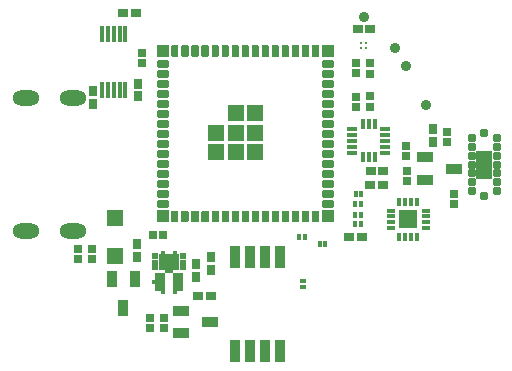
<source format=gts>
G04 Layer: TopSolderMaskLayer*
G04 Panelize: , Column: 1, Row: 1, Board Size: 43.14mm x 33.02mm, Panelized Board Size: 43.14mm x 33.02mm*
G04 EasyEDA v6.5.51, 2025-10-17 13:11:11*
G04 f2673ee1f0d542a68775028af259726c,9a4ed40c0dd746429eaf55b84663d2fb,10*
G04 Gerber Generator version 0.2*
G04 Scale: 100 percent, Rotated: No, Reflected: No *
G04 Dimensions in millimeters *
G04 leading zeros omitted , absolute positions ,4 integer and 5 decimal *
%FSLAX45Y45*%
%MOMM*%

%AMMACRO1*4,1,8,-0.642,-0.7015,-0.7015,-0.642,-0.7015,0.642,-0.642,0.7015,0.642,0.7015,0.7015,0.642,0.7015,-0.642,0.642,-0.7015,-0.642,-0.7015,0*%
%AMMACRO2*4,1,8,-0.2211,-0.2134,-0.2508,-0.1836,-0.2508,0.1836,-0.2211,0.2134,0.2211,0.2134,0.2508,0.1836,0.2508,-0.1836,0.2211,-0.2134,-0.2211,-0.2134,0*%
%AMMACRO3*4,1,8,-0.2211,-0.1507,-0.2508,-0.121,-0.2508,0.121,-0.2211,0.1507,0.2211,0.1507,0.2508,0.121,0.2508,-0.121,0.2211,-0.1507,-0.2211,-0.1507,0*%
%AMMACRO4*4,1,8,-0.821,-0.6858,-0.8508,-0.656,-0.8508,0.6561,-0.821,0.6858,0.821,0.6858,0.8508,0.6561,0.8508,-0.656,0.821,-0.6858,-0.821,-0.6858,0*%
%AMMACRO5*4,1,8,-0.3961,-0.7758,-0.4258,-0.7461,-0.4258,0.7461,-0.3961,0.7758,0.3961,0.7758,0.4258,0.7461,0.4258,-0.7461,0.3961,-0.7758,-0.3961,-0.7758,0*%
%AMMACRO6*4,1,8,-0.146,-0.1758,-0.1758,-0.146,-0.1758,0.146,-0.146,0.1758,0.146,0.1758,0.1758,0.146,0.1758,-0.146,0.146,-0.1758,-0.146,-0.1758,0*%
%AMMACRO7*4,1,8,-0.1336,-0.1758,-0.1633,-0.146,-0.1633,0.146,-0.1336,0.1758,0.1336,0.1758,0.1633,0.146,0.1633,-0.146,0.1336,-0.1758,-0.1336,-0.1758,0*%
%AMMACRO8*4,1,8,-0.271,-0.1558,-0.3007,-0.1261,-0.3007,0.1261,-0.271,0.1558,0.271,0.1558,0.3007,0.1261,0.3007,-0.1261,0.271,-0.1558,-0.271,-0.1558,0*%
%AMMACRO9*4,1,8,-0.4161,-0.3208,-0.4458,-0.291,-0.4458,0.2911,-0.4161,0.3208,0.4161,0.3208,0.4458,0.2911,0.4458,-0.291,0.4161,-0.3208,-0.4161,-0.3208,0*%
%AMMACRO10*4,1,8,-0.646,-0.4008,-0.6758,-0.371,-0.6758,0.3711,-0.646,0.4008,0.646,0.4008,0.6758,0.3711,0.6758,-0.371,0.646,-0.4008,-0.646,-0.4008,0*%
%AMMACRO11*4,1,8,-0.2911,-0.3336,-0.3208,-0.3038,-0.3208,0.3039,-0.2911,0.3336,0.291,0.3336,0.3208,0.3039,0.3208,-0.3038,0.291,-0.3336,-0.2911,-0.3336,0*%
%AMMACRO12*4,1,8,-0.6211,-0.6508,-0.6508,-0.621,-0.6508,0.6211,-0.6211,0.6508,0.621,0.6508,0.6508,0.6211,0.6508,-0.621,0.621,-0.6508,-0.6211,-0.6508,0*%
%AMMACRO13*4,1,8,-0.2911,-0.4458,-0.3208,-0.4161,-0.3208,0.4161,-0.2911,0.4458,0.291,0.4458,0.3208,0.4161,0.3208,-0.4161,0.291,-0.4458,-0.2911,-0.4458,0*%
%AMMACRO14*4,1,8,-0.3767,-0.9211,-0.4064,-0.8913,-0.4064,0.8914,-0.3767,0.9211,0.3766,0.9211,0.4064,0.8914,0.4064,-0.8913,0.3766,-0.9211,-0.3767,-0.9211,0*%
%AMMACRO15*4,1,8,-0.3039,-0.3208,-0.3336,-0.291,-0.3336,0.2911,-0.3039,0.3208,0.3038,0.3208,0.3336,0.2911,0.3336,-0.291,0.3038,-0.3208,-0.3039,-0.3208,0*%
%AMMACRO16*4,1,8,-0.3711,-0.6758,-0.4008,-0.646,-0.4008,0.646,-0.3711,0.6758,0.371,0.6758,0.4008,0.646,0.4008,-0.646,0.371,-0.6758,-0.3711,-0.6758,0*%
%AMMACRO17*4,1,8,-0.1726,-0.2128,-0.2024,-0.183,-0.2024,0.1831,-0.1726,0.2128,0.1726,0.2128,0.2024,0.1831,0.2024,-0.183,0.1726,-0.2128,-0.1726,-0.2128,0*%
%AMMACRO18*4,1,8,-0.2911,-0.4459,-0.3208,-0.4161,-0.3208,0.4161,-0.2911,0.4459,0.291,0.4458,0.3208,0.4161,0.3208,-0.4161,0.291,-0.4459,-0.2911,-0.4459,0*%
%AMMACRO19*4,1,8,0.291,-0.4458,-0.2911,-0.4458,-0.3208,-0.4161,-0.3208,0.4161,-0.2911,0.4458,0.291,0.4458,0.3208,0.4161,0.3208,-0.4161,0.291,-0.4458,0*%
%AMMACRO20*4,1,8,-0.3207,-0.3,-0.35,-0.2707,-0.35,0.2707,-0.3207,0.3,0.3207,0.3,0.35,0.2707,0.35,-0.2707,0.3207,-0.3,-0.3207,-0.3,0*%
%AMMACRO21*4,1,8,-0.1562,-0.665,-0.165,-0.6562,-0.165,0.6562,-0.1562,0.665,0.1562,0.665,0.165,0.6562,0.165,-0.6562,0.1562,-0.665,-0.1562,-0.665,0*%
%AMMACRO22*4,1,8,-0.1711,-0.7008,-0.2008,-0.671,-0.2008,0.6711,-0.1711,0.7008,0.171,0.7008,0.2008,0.6711,0.2008,-0.671,0.171,-0.7008,-0.1711,-0.7008,0*%
%AMMACRO23*4,1,8,-0.1711,-0.7008,-0.2008,-0.671,-0.2008,0.6711,-0.171,0.7008,0.1711,0.7008,0.2008,0.6711,0.2008,-0.671,0.1711,-0.7008,-0.1711,-0.7008,0*%
%AMMACRO24*4,1,8,-0.1711,-0.7008,-0.2009,-0.6711,-0.2008,0.671,-0.1711,0.7008,0.1711,0.7008,0.2009,0.6711,0.2008,-0.671,0.1711,-0.7008,-0.1711,-0.7008,0*%
%AMMACRO25*4,1,8,-0.146,-0.3508,-0.1758,-0.321,-0.1758,0.3211,-0.146,0.3508,0.146,0.3508,0.1758,0.3211,0.1758,-0.321,0.146,-0.3508,-0.146,-0.3508,0*%
%AMMACRO26*4,1,8,-0.1461,-0.3508,-0.1758,-0.321,-0.1758,0.3211,-0.1461,0.3508,0.146,0.3508,0.1758,0.3211,0.1758,-0.321,0.146,-0.3508,-0.1461,-0.3508,0*%
%AMMACRO27*4,1,8,-0.3211,-0.1758,-0.3508,-0.146,-0.3508,0.1461,-0.3211,0.1758,0.321,0.1758,0.3508,0.1461,0.3508,-0.146,0.321,-0.1758,-0.3211,-0.1758,0*%
%AMMACRO28*4,1,8,-0.7711,-0.8008,-0.8008,-0.771,-0.8008,0.7711,-0.7711,0.8008,0.771,0.8008,0.8008,0.7711,0.8008,-0.771,0.771,-0.8008,-0.7711,-0.8008,0*%
%AMMACRO29*4,1,8,-0.1831,-0.2024,-0.2128,-0.1726,-0.2128,0.1726,-0.1831,0.2024,0.183,0.2024,0.2128,0.1726,0.2128,-0.1726,0.183,-0.2024,-0.1831,-0.2024,0*%
%AMMACRO30*4,1,8,-0.4421,-0.5016,-0.5016,-0.4421,-0.5016,0.4421,-0.4421,0.5016,0.4421,0.5016,0.5016,0.4421,0.5016,-0.4421,0.4421,-0.5016,-0.4421,-0.5016,0*%
%AMMACRO31*4,1,8,-0.4421,-0.3016,-0.5016,-0.2421,-0.5016,0.2421,-0.4421,0.3016,0.4421,0.3016,0.5016,0.2421,0.5016,-0.2421,0.4421,-0.3016,-0.4421,-0.3016,0*%
%AMMACRO32*4,1,8,-0.2707,-0.3,-0.3,-0.2707,-0.3,0.2707,-0.2707,0.3,0.2707,0.3,0.3,0.2707,0.3,-0.2707,0.2707,-0.3,-0.2707,-0.3,0*%
%AMMACRO33*4,1,8,-0.6207,-1.208,-0.65,-1.1787,-0.65,1.1787,-0.6207,1.208,0.6207,1.208,0.65,1.1787,0.65,-1.1787,0.6207,-1.208,-0.6207,-1.208,0*%
%ADD10MACRO1*%
%ADD11O,2.301596X1.301598*%
%ADD12C,0.9000*%
%ADD13MACRO2*%
%ADD14MACRO3*%
%ADD15C,0.0112*%
%ADD16MACRO4*%
%ADD17MACRO5*%
%ADD18MACRO6*%
%ADD19MACRO7*%
%ADD20MACRO8*%
%ADD21MACRO9*%
%ADD22MACRO10*%
%ADD23MACRO11*%
%ADD24MACRO12*%
%ADD25MACRO13*%
%ADD26MACRO14*%
%ADD27MACRO15*%
%ADD28MACRO16*%
%ADD29MACRO17*%
%ADD30MACRO18*%
%ADD31MACRO19*%
%ADD32MACRO20*%
%ADD33MACRO21*%
%ADD34MACRO22*%
%ADD35MACRO23*%
%ADD36MACRO24*%
%ADD37MACRO25*%
%ADD38MACRO26*%
%ADD39MACRO27*%
%ADD40MACRO28*%
%ADD41MACRO29*%
%ADD42O,0.901598X0.38161*%
%ADD43O,0.38161X0.901598*%
%ADD44MACRO30*%
%ADD45MACRO31*%
%ADD46C,0.3016*%
%ADD47MACRO32*%
%ADD48MACRO33*%

%LPD*%
D10*
G01*
X52250Y1011948D03*
G01*
X52250Y846950D03*
G01*
X217248Y846950D03*
G01*
X382247Y846950D03*
G01*
X382247Y1011948D03*
G01*
X382247Y1176947D03*
G01*
X217248Y1176947D03*
G01*
X217248Y1011948D03*
D11*
G01*
X-1160447Y181907D03*
G01*
X-1560446Y181907D03*
G01*
X-1160447Y1305882D03*
G01*
X-1560446Y1305882D03*
D12*
G01*
X1562254Y1730265D03*
G01*
X1300609Y1991885D03*
G01*
X1823900Y1249697D03*
G01*
X1661695Y1582234D03*
D13*
G01*
X-467890Y-34297D03*
D14*
G01*
X-467890Y-80601D03*
D13*
G01*
X-467890Y-126804D03*
G01*
X-227911Y-126804D03*
D14*
G01*
X-227911Y-80601D03*
D13*
G01*
X-227911Y-34297D03*
D16*
G01*
X-347901Y-84081D03*
D17*
G01*
X-270405Y-248089D03*
G01*
X-425396Y-248089D03*
D18*
G01*
X-475409Y-248089D03*
D19*
G01*
X-399107Y-333103D03*
G01*
X-296694Y-333103D03*
D18*
G01*
X-297888Y-8084D03*
G01*
X-397913Y-8084D03*
D20*
G01*
X-347901Y-158097D03*
D21*
G01*
X6807Y-367799D03*
G01*
X-102204Y-367799D03*
D22*
G01*
X167Y-588898D03*
G01*
X-249768Y-683894D03*
G01*
X-249768Y-493902D03*
D23*
G01*
X-389100Y-554615D03*
G01*
X-389100Y-641181D03*
G01*
X-507598Y-642082D03*
G01*
X-507598Y-555517D03*
D24*
G01*
X-801613Y289201D03*
G01*
X-801613Y-30797D03*
D25*
G01*
X4800Y-40294D03*
G01*
X4800Y-149306D03*
D26*
G01*
X208198Y-836927D03*
G01*
X335198Y-836927D03*
G01*
X462198Y-836927D03*
G01*
X589198Y-836927D03*
G01*
X589198Y-37868D03*
G01*
X462198Y-37868D03*
G01*
X335198Y-37868D03*
G01*
X208198Y-37868D03*
D27*
G01*
X-487582Y151198D03*
G01*
X-401016Y151198D03*
D28*
G01*
X-734397Y-471167D03*
G01*
X-829393Y-221231D03*
G01*
X-639401Y-221231D03*
D29*
G01*
X1230937Y239107D03*
G01*
X1279248Y239107D03*
G01*
X1230175Y318101D03*
G01*
X1278486Y318101D03*
G01*
X1229413Y411065D03*
G01*
X1277724Y411065D03*
G01*
X1232715Y497171D03*
G01*
X1281026Y497171D03*
D25*
G01*
X-992886Y1258166D03*
G01*
X-992886Y1367177D03*
D23*
G01*
X-1117854Y30328D03*
G01*
X-1117854Y-56236D03*
D30*
G01*
X-123598Y-101192D03*
D31*
G01*
X-123598Y-210205D03*
D25*
G01*
X-618997Y-34947D03*
G01*
X-618997Y74063D03*
D32*
G01*
X-997965Y-52193D03*
G01*
X-997965Y27809D03*
D33*
G01*
X-916769Y1377092D03*
G01*
X-866782Y1377094D03*
G01*
X-816795Y1377094D03*
G01*
X-766782Y1377094D03*
G01*
X-716770Y1377094D03*
D34*
G01*
X-716795Y1847093D03*
G01*
X-766782Y1847093D03*
D35*
G01*
X-816771Y1847093D03*
D36*
G01*
X-866783Y1847094D03*
D34*
G01*
X-916795Y1847093D03*
D21*
G01*
X1248305Y1893945D03*
G01*
X1357317Y1893945D03*
D25*
G01*
X-606978Y1429870D03*
G01*
X-606978Y1320858D03*
D37*
G01*
X1602767Y129092D03*
G01*
X1652767Y129090D03*
D38*
G01*
X1702767Y129092D03*
G01*
X1752767Y129092D03*
D39*
G01*
X1827616Y204294D03*
G01*
X1827616Y254294D03*
G01*
X1827613Y304294D03*
G01*
X1827616Y354294D03*
D38*
G01*
X1752615Y429087D03*
G01*
X1702615Y429087D03*
G01*
X1652615Y429087D03*
D37*
G01*
X1602767Y429089D03*
D39*
G01*
X1527616Y354294D03*
G01*
X1527614Y304294D03*
G01*
X1527616Y254294D03*
G01*
X1527616Y204294D03*
D40*
G01*
X1677616Y279087D03*
D23*
G01*
X-578022Y1691189D03*
G01*
X-578022Y1604623D03*
D21*
G01*
X1467589Y689564D03*
G01*
X1358577Y689564D03*
D23*
G01*
X1235268Y1232548D03*
G01*
X1235268Y1319114D03*
G01*
X1352362Y1233818D03*
G01*
X1352362Y1320384D03*
D21*
G01*
X1465557Y572470D03*
G01*
X1356545Y572470D03*
D29*
G01*
X926241Y68099D03*
G01*
X974552Y68099D03*
G01*
X755843Y128399D03*
G01*
X804153Y128399D03*
D41*
G01*
X783297Y-289653D03*
G01*
X783297Y-241343D03*
D42*
G01*
X1481889Y844618D03*
G01*
X1481889Y894631D03*
G01*
X1481889Y944618D03*
G01*
X1481889Y994630D03*
G01*
X1481889Y1044618D03*
D43*
G01*
X1391871Y1084623D03*
G01*
X1341884Y1084623D03*
G01*
X1291871Y1084623D03*
D42*
G01*
X1201879Y1044618D03*
G01*
X1201879Y994630D03*
G01*
X1201879Y944618D03*
G01*
X1201879Y894631D03*
G01*
X1201879Y844618D03*
D43*
G01*
X1291871Y804638D03*
G01*
X1341884Y804638D03*
G01*
X1391871Y804638D03*
D44*
G01*
X-402991Y1704319D03*
G36*
X-318002Y1654154D02*
G01*
X-318696Y1654177D01*
X-319387Y1654248D01*
X-320070Y1654368D01*
X-320743Y1654530D01*
X-321406Y1654741D01*
X-322051Y1654995D01*
X-322676Y1655292D01*
X-323281Y1655632D01*
X-323862Y1656013D01*
X-324413Y1656433D01*
X-324937Y1656890D01*
X-325427Y1657380D01*
X-325884Y1657903D01*
X-326303Y1658454D01*
X-326684Y1659036D01*
X-327025Y1659641D01*
X-327322Y1660265D01*
X-327576Y1660911D01*
X-327786Y1661574D01*
X-327949Y1662247D01*
X-328068Y1662930D01*
X-328140Y1663621D01*
X-328162Y1664314D01*
X-328162Y1744324D01*
X-328140Y1745018D01*
X-328068Y1745708D01*
X-327949Y1746392D01*
X-327786Y1747065D01*
X-327576Y1747728D01*
X-327322Y1748373D01*
X-327025Y1748998D01*
X-326684Y1749602D01*
X-326303Y1750184D01*
X-325884Y1750735D01*
X-325427Y1751258D01*
X-324937Y1751749D01*
X-324413Y1752206D01*
X-323862Y1752625D01*
X-323281Y1753006D01*
X-322676Y1753346D01*
X-322051Y1753643D01*
X-321406Y1753897D01*
X-320743Y1754108D01*
X-320070Y1754271D01*
X-319387Y1754390D01*
X-318696Y1754461D01*
X-318002Y1754484D01*
X-277997Y1754484D01*
X-277304Y1754461D01*
X-276613Y1754390D01*
X-275930Y1754271D01*
X-275257Y1754108D01*
X-274594Y1753897D01*
X-273949Y1753643D01*
X-273324Y1753346D01*
X-272719Y1753006D01*
X-272138Y1752625D01*
X-271586Y1752206D01*
X-271063Y1751749D01*
X-270573Y1751258D01*
X-270116Y1750735D01*
X-269697Y1750184D01*
X-269316Y1749602D01*
X-268975Y1748998D01*
X-268678Y1748373D01*
X-268424Y1747728D01*
X-268213Y1747065D01*
X-268051Y1746392D01*
X-267931Y1745708D01*
X-267860Y1745018D01*
X-267837Y1744324D01*
X-267837Y1664314D01*
X-267860Y1663621D01*
X-267931Y1662930D01*
X-268051Y1662247D01*
X-268213Y1661574D01*
X-268424Y1660911D01*
X-268678Y1660265D01*
X-268975Y1659641D01*
X-269316Y1659036D01*
X-269697Y1658454D01*
X-270116Y1657903D01*
X-270573Y1657380D01*
X-271063Y1656890D01*
X-271586Y1656433D01*
X-272138Y1656013D01*
X-272719Y1655632D01*
X-273324Y1655292D01*
X-273949Y1654995D01*
X-274594Y1654741D01*
X-275257Y1654530D01*
X-275930Y1654368D01*
X-276613Y1654248D01*
X-277304Y1654177D01*
X-277997Y1654154D01*
G37*
G36*
X-232989Y1654154D02*
G01*
X-233682Y1654177D01*
X-234373Y1654248D01*
X-235056Y1654368D01*
X-235729Y1654530D01*
X-236392Y1654741D01*
X-237037Y1654995D01*
X-237662Y1655292D01*
X-238267Y1655632D01*
X-238848Y1656013D01*
X-239400Y1656433D01*
X-239923Y1656890D01*
X-240413Y1657380D01*
X-240870Y1657903D01*
X-241289Y1658454D01*
X-241670Y1659036D01*
X-242011Y1659641D01*
X-242308Y1660265D01*
X-242562Y1660911D01*
X-242773Y1661574D01*
X-242935Y1662247D01*
X-243055Y1662930D01*
X-243126Y1663621D01*
X-243149Y1664314D01*
X-243149Y1744324D01*
X-243126Y1745018D01*
X-243055Y1745708D01*
X-242935Y1746392D01*
X-242773Y1747065D01*
X-242562Y1747728D01*
X-242308Y1748373D01*
X-242011Y1748998D01*
X-241670Y1749602D01*
X-241289Y1750184D01*
X-240870Y1750735D01*
X-240413Y1751258D01*
X-239923Y1751749D01*
X-239400Y1752206D01*
X-238848Y1752625D01*
X-238267Y1753006D01*
X-237662Y1753346D01*
X-237037Y1753643D01*
X-236392Y1753897D01*
X-235729Y1754108D01*
X-235056Y1754271D01*
X-234373Y1754390D01*
X-233682Y1754461D01*
X-232989Y1754484D01*
X-192984Y1754484D01*
X-192290Y1754461D01*
X-191599Y1754390D01*
X-190916Y1754271D01*
X-190243Y1754108D01*
X-189580Y1753897D01*
X-188935Y1753643D01*
X-188310Y1753346D01*
X-187706Y1753006D01*
X-187124Y1752625D01*
X-186573Y1752206D01*
X-186049Y1751749D01*
X-185559Y1751258D01*
X-185102Y1750735D01*
X-184683Y1750184D01*
X-184302Y1749602D01*
X-183962Y1748998D01*
X-183664Y1748373D01*
X-183410Y1747728D01*
X-183200Y1747065D01*
X-183037Y1746392D01*
X-182918Y1745708D01*
X-182846Y1745018D01*
X-182824Y1744324D01*
X-182824Y1664314D01*
X-182846Y1663621D01*
X-182918Y1662930D01*
X-183037Y1662247D01*
X-183200Y1661574D01*
X-183410Y1660911D01*
X-183664Y1660265D01*
X-183962Y1659641D01*
X-184302Y1659036D01*
X-184683Y1658454D01*
X-185102Y1657903D01*
X-185559Y1657380D01*
X-186049Y1656890D01*
X-186573Y1656433D01*
X-187124Y1656013D01*
X-187706Y1655632D01*
X-188310Y1655292D01*
X-188935Y1654995D01*
X-189580Y1654741D01*
X-190243Y1654530D01*
X-190916Y1654368D01*
X-191599Y1654248D01*
X-192290Y1654177D01*
X-192984Y1654154D01*
G37*
G36*
X-148000Y1654154D02*
G01*
X-148694Y1654177D01*
X-149385Y1654248D01*
X-150068Y1654368D01*
X-150741Y1654530D01*
X-151404Y1654741D01*
X-152049Y1654995D01*
X-152674Y1655292D01*
X-153278Y1655632D01*
X-153860Y1656013D01*
X-154411Y1656433D01*
X-154934Y1656890D01*
X-155425Y1657380D01*
X-155882Y1657903D01*
X-156301Y1658454D01*
X-156682Y1659036D01*
X-157022Y1659641D01*
X-157319Y1660265D01*
X-157573Y1660911D01*
X-157784Y1661574D01*
X-157947Y1662247D01*
X-158066Y1662930D01*
X-158137Y1663621D01*
X-158160Y1664314D01*
X-158160Y1744324D01*
X-158137Y1745018D01*
X-158066Y1745708D01*
X-157947Y1746392D01*
X-157784Y1747065D01*
X-157573Y1747728D01*
X-157319Y1748373D01*
X-157022Y1748998D01*
X-156682Y1749602D01*
X-156301Y1750184D01*
X-155882Y1750735D01*
X-155425Y1751258D01*
X-154934Y1751749D01*
X-154411Y1752206D01*
X-153860Y1752625D01*
X-153278Y1753006D01*
X-152674Y1753346D01*
X-152049Y1753643D01*
X-151404Y1753897D01*
X-150741Y1754108D01*
X-150068Y1754271D01*
X-149385Y1754390D01*
X-148694Y1754461D01*
X-148000Y1754484D01*
X-107995Y1754484D01*
X-107302Y1754461D01*
X-106611Y1754390D01*
X-105928Y1754271D01*
X-105255Y1754108D01*
X-104592Y1753897D01*
X-103946Y1753643D01*
X-103322Y1753346D01*
X-102717Y1753006D01*
X-102135Y1752625D01*
X-101584Y1752206D01*
X-101061Y1751749D01*
X-100571Y1751258D01*
X-100114Y1750735D01*
X-99695Y1750184D01*
X-99313Y1749602D01*
X-98973Y1748998D01*
X-98676Y1748373D01*
X-98422Y1747728D01*
X-98211Y1747065D01*
X-98049Y1746392D01*
X-97929Y1745708D01*
X-97858Y1745018D01*
X-97835Y1744324D01*
X-97835Y1664314D01*
X-97858Y1663621D01*
X-97929Y1662930D01*
X-98049Y1662247D01*
X-98211Y1661574D01*
X-98422Y1660911D01*
X-98676Y1660265D01*
X-98973Y1659641D01*
X-99313Y1659036D01*
X-99695Y1658454D01*
X-100114Y1657903D01*
X-100571Y1657380D01*
X-101061Y1656890D01*
X-101584Y1656433D01*
X-102135Y1656013D01*
X-102717Y1655632D01*
X-103322Y1655292D01*
X-103946Y1654995D01*
X-104592Y1654741D01*
X-105255Y1654530D01*
X-105928Y1654368D01*
X-106611Y1654248D01*
X-107302Y1654177D01*
X-107995Y1654154D01*
G37*
G36*
X-62986Y1654154D02*
G01*
X-63680Y1654177D01*
X-64371Y1654248D01*
X-65054Y1654368D01*
X-65727Y1654530D01*
X-66390Y1654741D01*
X-67035Y1654995D01*
X-67660Y1655292D01*
X-68265Y1655632D01*
X-68846Y1656013D01*
X-69397Y1656433D01*
X-69921Y1656890D01*
X-70411Y1657380D01*
X-70868Y1657903D01*
X-71287Y1658454D01*
X-71668Y1659036D01*
X-72009Y1659641D01*
X-72306Y1660265D01*
X-72560Y1660911D01*
X-72770Y1661574D01*
X-72933Y1662247D01*
X-73052Y1662930D01*
X-73124Y1663621D01*
X-73146Y1664314D01*
X-73146Y1744324D01*
X-73124Y1745018D01*
X-73052Y1745708D01*
X-72933Y1746392D01*
X-72770Y1747065D01*
X-72560Y1747728D01*
X-72306Y1748373D01*
X-72009Y1748998D01*
X-71668Y1749602D01*
X-71287Y1750184D01*
X-70868Y1750735D01*
X-70411Y1751258D01*
X-69921Y1751749D01*
X-69397Y1752206D01*
X-68846Y1752625D01*
X-68265Y1753006D01*
X-67660Y1753346D01*
X-67035Y1753643D01*
X-66390Y1753897D01*
X-65727Y1754108D01*
X-65054Y1754271D01*
X-64371Y1754390D01*
X-63680Y1754461D01*
X-62986Y1754484D01*
X-22981Y1754484D01*
X-22288Y1754461D01*
X-21597Y1754390D01*
X-20914Y1754271D01*
X-20241Y1754108D01*
X-19578Y1753897D01*
X-18933Y1753643D01*
X-18308Y1753346D01*
X-17703Y1753006D01*
X-17122Y1752625D01*
X-16570Y1752206D01*
X-16047Y1751749D01*
X-15557Y1751258D01*
X-15100Y1750735D01*
X-14681Y1750184D01*
X-14300Y1749602D01*
X-13959Y1748998D01*
X-13662Y1748373D01*
X-13408Y1747728D01*
X-13197Y1747065D01*
X-13035Y1746392D01*
X-12915Y1745708D01*
X-12844Y1745018D01*
X-12821Y1744324D01*
X-12821Y1664314D01*
X-12844Y1663621D01*
X-12915Y1662930D01*
X-13035Y1662247D01*
X-13197Y1661574D01*
X-13408Y1660911D01*
X-13662Y1660265D01*
X-13959Y1659641D01*
X-14300Y1659036D01*
X-14681Y1658454D01*
X-15100Y1657903D01*
X-15557Y1657380D01*
X-16047Y1656890D01*
X-16570Y1656433D01*
X-17122Y1656013D01*
X-17703Y1655632D01*
X-18308Y1655292D01*
X-18933Y1654995D01*
X-19578Y1654741D01*
X-20241Y1654530D01*
X-20914Y1654368D01*
X-21597Y1654248D01*
X-22288Y1654177D01*
X-22981Y1654154D01*
G37*
G36*
X22001Y1654154D02*
G01*
X21308Y1654177D01*
X20617Y1654248D01*
X19933Y1654368D01*
X19260Y1654530D01*
X18597Y1654741D01*
X17952Y1654995D01*
X17327Y1655292D01*
X16723Y1655632D01*
X16141Y1656013D01*
X15590Y1656433D01*
X15067Y1656890D01*
X14577Y1657380D01*
X14119Y1657903D01*
X13700Y1658454D01*
X13319Y1659036D01*
X12979Y1659641D01*
X12682Y1660265D01*
X12428Y1660911D01*
X12217Y1661574D01*
X12054Y1662247D01*
X11935Y1662930D01*
X11864Y1663621D01*
X11841Y1664314D01*
X11841Y1744324D01*
X11864Y1745018D01*
X11935Y1745708D01*
X12054Y1746392D01*
X12217Y1747065D01*
X12428Y1747728D01*
X12682Y1748373D01*
X12979Y1748998D01*
X13319Y1749602D01*
X13700Y1750184D01*
X14119Y1750735D01*
X14577Y1751258D01*
X15067Y1751749D01*
X15590Y1752206D01*
X16141Y1752625D01*
X16723Y1753006D01*
X17327Y1753346D01*
X17952Y1753643D01*
X18597Y1753897D01*
X19260Y1754108D01*
X19933Y1754271D01*
X20617Y1754390D01*
X21308Y1754461D01*
X22001Y1754484D01*
X62006Y1754484D01*
X62699Y1754461D01*
X63390Y1754390D01*
X64074Y1754271D01*
X64747Y1754108D01*
X65410Y1753897D01*
X66055Y1753643D01*
X66680Y1753346D01*
X67284Y1753006D01*
X67866Y1752625D01*
X68417Y1752206D01*
X68940Y1751749D01*
X69430Y1751258D01*
X69888Y1750735D01*
X70307Y1750184D01*
X70688Y1749602D01*
X71028Y1748998D01*
X71325Y1748373D01*
X71579Y1747728D01*
X71790Y1747065D01*
X71953Y1746392D01*
X72072Y1745708D01*
X72143Y1745018D01*
X72166Y1744324D01*
X72166Y1664314D01*
X72143Y1663621D01*
X72072Y1662930D01*
X71953Y1662247D01*
X71790Y1661574D01*
X71579Y1660911D01*
X71325Y1660265D01*
X71028Y1659641D01*
X70688Y1659036D01*
X70307Y1658454D01*
X69888Y1657903D01*
X69430Y1657380D01*
X68940Y1656890D01*
X68417Y1656433D01*
X67866Y1656013D01*
X67284Y1655632D01*
X66680Y1655292D01*
X66055Y1654995D01*
X65410Y1654741D01*
X64747Y1654530D01*
X64074Y1654368D01*
X63390Y1654248D01*
X62699Y1654177D01*
X62006Y1654154D01*
G37*
G36*
X107015Y1654154D02*
G01*
X106321Y1654177D01*
X105630Y1654248D01*
X104947Y1654368D01*
X104274Y1654530D01*
X103611Y1654741D01*
X102966Y1654995D01*
X102341Y1655292D01*
X101737Y1655632D01*
X101155Y1656013D01*
X100604Y1656433D01*
X100081Y1656890D01*
X99590Y1657380D01*
X99133Y1657903D01*
X98714Y1658454D01*
X98333Y1659036D01*
X97993Y1659641D01*
X97696Y1660265D01*
X97442Y1660911D01*
X97231Y1661574D01*
X97068Y1662247D01*
X96949Y1662930D01*
X96878Y1663621D01*
X96855Y1664314D01*
X96855Y1744324D01*
X96878Y1745018D01*
X96949Y1745708D01*
X97068Y1746392D01*
X97231Y1747065D01*
X97442Y1747728D01*
X97696Y1748373D01*
X97993Y1748998D01*
X98333Y1749602D01*
X98714Y1750184D01*
X99133Y1750735D01*
X99590Y1751258D01*
X100081Y1751749D01*
X100604Y1752206D01*
X101155Y1752625D01*
X101737Y1753006D01*
X102341Y1753346D01*
X102966Y1753643D01*
X103611Y1753897D01*
X104274Y1754108D01*
X104947Y1754271D01*
X105630Y1754390D01*
X106321Y1754461D01*
X107015Y1754484D01*
X146994Y1754484D01*
X147688Y1754461D01*
X148379Y1754390D01*
X149062Y1754271D01*
X149735Y1754108D01*
X150398Y1753897D01*
X151043Y1753643D01*
X151668Y1753346D01*
X152272Y1753006D01*
X152854Y1752625D01*
X153405Y1752206D01*
X153929Y1751749D01*
X154419Y1751258D01*
X154876Y1750735D01*
X155295Y1750184D01*
X155676Y1749602D01*
X156016Y1748998D01*
X156314Y1748373D01*
X156568Y1747728D01*
X156778Y1747065D01*
X156941Y1746392D01*
X157060Y1745708D01*
X157132Y1745018D01*
X157154Y1744324D01*
X157154Y1664314D01*
X157132Y1663621D01*
X157060Y1662930D01*
X156941Y1662247D01*
X156778Y1661574D01*
X156568Y1660911D01*
X156314Y1660265D01*
X156016Y1659641D01*
X155676Y1659036D01*
X155295Y1658454D01*
X154876Y1657903D01*
X154419Y1657380D01*
X153929Y1656890D01*
X153405Y1656433D01*
X152854Y1656013D01*
X152272Y1655632D01*
X151668Y1655292D01*
X151043Y1654995D01*
X150398Y1654741D01*
X149735Y1654530D01*
X149062Y1654368D01*
X148379Y1654248D01*
X147688Y1654177D01*
X146994Y1654154D01*
G37*
G36*
X192003Y1654154D02*
G01*
X191310Y1654177D01*
X190619Y1654248D01*
X189936Y1654368D01*
X189263Y1654530D01*
X188600Y1654741D01*
X187954Y1654995D01*
X187330Y1655292D01*
X186725Y1655632D01*
X186143Y1656013D01*
X185592Y1656433D01*
X185069Y1656890D01*
X184579Y1657380D01*
X184122Y1657903D01*
X183702Y1658454D01*
X183321Y1659036D01*
X182981Y1659641D01*
X182684Y1660265D01*
X182430Y1660911D01*
X182219Y1661574D01*
X182057Y1662247D01*
X181937Y1662930D01*
X181866Y1663621D01*
X181843Y1664314D01*
X181843Y1744324D01*
X181866Y1745018D01*
X181937Y1745708D01*
X182057Y1746392D01*
X182219Y1747065D01*
X182430Y1747728D01*
X182684Y1748373D01*
X182981Y1748998D01*
X183321Y1749602D01*
X183702Y1750184D01*
X184122Y1750735D01*
X184579Y1751258D01*
X185069Y1751749D01*
X185592Y1752206D01*
X186143Y1752625D01*
X186725Y1753006D01*
X187330Y1753346D01*
X187954Y1753643D01*
X188600Y1753897D01*
X189263Y1754108D01*
X189936Y1754271D01*
X190619Y1754390D01*
X191310Y1754461D01*
X192003Y1754484D01*
X232008Y1754484D01*
X232702Y1754461D01*
X233392Y1754390D01*
X234076Y1754271D01*
X234749Y1754108D01*
X235412Y1753897D01*
X236057Y1753643D01*
X236682Y1753346D01*
X237286Y1753006D01*
X237868Y1752625D01*
X238419Y1752206D01*
X238942Y1751749D01*
X239433Y1751258D01*
X239890Y1750735D01*
X240309Y1750184D01*
X240690Y1749602D01*
X241030Y1748998D01*
X241327Y1748373D01*
X241581Y1747728D01*
X241792Y1747065D01*
X241955Y1746392D01*
X242074Y1745708D01*
X242145Y1745018D01*
X242168Y1744324D01*
X242168Y1664314D01*
X242145Y1663621D01*
X242074Y1662930D01*
X241955Y1662247D01*
X241792Y1661574D01*
X241581Y1660911D01*
X241327Y1660265D01*
X241030Y1659641D01*
X240690Y1659036D01*
X240309Y1658454D01*
X239890Y1657903D01*
X239433Y1657380D01*
X238942Y1656890D01*
X238419Y1656433D01*
X237868Y1656013D01*
X237286Y1655632D01*
X236682Y1655292D01*
X236057Y1654995D01*
X235412Y1654741D01*
X234749Y1654530D01*
X234076Y1654368D01*
X233392Y1654248D01*
X232702Y1654177D01*
X232008Y1654154D01*
G37*
G36*
X362005Y1654154D02*
G01*
X361312Y1654177D01*
X360621Y1654248D01*
X359938Y1654368D01*
X359265Y1654530D01*
X358602Y1654741D01*
X357957Y1654995D01*
X357332Y1655292D01*
X356727Y1655632D01*
X356146Y1656013D01*
X355594Y1656433D01*
X355071Y1656890D01*
X354581Y1657380D01*
X354124Y1657903D01*
X353705Y1658454D01*
X353324Y1659036D01*
X352983Y1659641D01*
X352686Y1660265D01*
X352432Y1660911D01*
X352221Y1661574D01*
X352059Y1662247D01*
X351939Y1662930D01*
X351868Y1663621D01*
X351845Y1664314D01*
X351845Y1744324D01*
X351868Y1745018D01*
X351939Y1745708D01*
X352059Y1746392D01*
X352221Y1747065D01*
X352432Y1747728D01*
X352686Y1748373D01*
X352983Y1748998D01*
X353324Y1749602D01*
X353705Y1750184D01*
X354124Y1750735D01*
X354581Y1751258D01*
X355071Y1751749D01*
X355594Y1752206D01*
X356146Y1752625D01*
X356727Y1753006D01*
X357332Y1753346D01*
X357957Y1753643D01*
X358602Y1753897D01*
X359265Y1754108D01*
X359938Y1754271D01*
X360621Y1754390D01*
X361312Y1754461D01*
X362005Y1754484D01*
X402010Y1754484D01*
X402704Y1754461D01*
X403395Y1754390D01*
X404078Y1754271D01*
X404751Y1754108D01*
X405414Y1753897D01*
X406059Y1753643D01*
X406684Y1753346D01*
X407288Y1753006D01*
X407870Y1752625D01*
X408421Y1752206D01*
X408945Y1751749D01*
X409435Y1751258D01*
X409892Y1750735D01*
X410311Y1750184D01*
X410692Y1749602D01*
X411032Y1748998D01*
X411330Y1748373D01*
X411584Y1747728D01*
X411794Y1747065D01*
X411957Y1746392D01*
X412076Y1745708D01*
X412148Y1745018D01*
X412170Y1744324D01*
X412170Y1664314D01*
X412148Y1663621D01*
X412076Y1662930D01*
X411957Y1662247D01*
X411794Y1661574D01*
X411584Y1660911D01*
X411330Y1660265D01*
X411032Y1659641D01*
X410692Y1659036D01*
X410311Y1658454D01*
X409892Y1657903D01*
X409435Y1657380D01*
X408945Y1656890D01*
X408421Y1656433D01*
X407870Y1656013D01*
X407288Y1655632D01*
X406684Y1655292D01*
X406059Y1654995D01*
X405414Y1654741D01*
X404751Y1654530D01*
X404078Y1654368D01*
X403395Y1654248D01*
X402704Y1654177D01*
X402010Y1654154D01*
G37*
G36*
X277017Y1654154D02*
G01*
X276324Y1654177D01*
X275633Y1654248D01*
X274949Y1654368D01*
X274276Y1654530D01*
X273613Y1654741D01*
X272968Y1654995D01*
X272343Y1655292D01*
X271739Y1655632D01*
X271157Y1656013D01*
X270606Y1656433D01*
X270083Y1656890D01*
X269593Y1657380D01*
X269135Y1657903D01*
X268716Y1658454D01*
X268335Y1659036D01*
X267995Y1659641D01*
X267698Y1660265D01*
X267444Y1660911D01*
X267233Y1661574D01*
X267070Y1662247D01*
X266951Y1662930D01*
X266880Y1663621D01*
X266857Y1664314D01*
X266857Y1744324D01*
X266880Y1745018D01*
X266951Y1745708D01*
X267070Y1746392D01*
X267233Y1747065D01*
X267444Y1747728D01*
X267698Y1748373D01*
X267995Y1748998D01*
X268335Y1749602D01*
X268716Y1750184D01*
X269135Y1750735D01*
X269593Y1751258D01*
X270083Y1751749D01*
X270606Y1752206D01*
X271157Y1752625D01*
X271739Y1753006D01*
X272343Y1753346D01*
X272968Y1753643D01*
X273613Y1753897D01*
X274276Y1754108D01*
X274949Y1754271D01*
X275633Y1754390D01*
X276324Y1754461D01*
X277017Y1754484D01*
X316997Y1754484D01*
X317690Y1754461D01*
X318381Y1754390D01*
X319064Y1754271D01*
X319737Y1754108D01*
X320400Y1753897D01*
X321045Y1753643D01*
X321670Y1753346D01*
X322275Y1753006D01*
X322856Y1752625D01*
X323408Y1752206D01*
X323931Y1751749D01*
X324421Y1751258D01*
X324878Y1750735D01*
X325297Y1750184D01*
X325678Y1749602D01*
X326019Y1748998D01*
X326316Y1748373D01*
X326570Y1747728D01*
X326781Y1747065D01*
X326943Y1746392D01*
X327063Y1745708D01*
X327134Y1745018D01*
X327157Y1744324D01*
X327157Y1664314D01*
X327134Y1663621D01*
X327063Y1662930D01*
X326943Y1662247D01*
X326781Y1661574D01*
X326570Y1660911D01*
X326316Y1660265D01*
X326019Y1659641D01*
X325678Y1659036D01*
X325297Y1658454D01*
X324878Y1657903D01*
X324421Y1657380D01*
X323931Y1656890D01*
X323408Y1656433D01*
X322856Y1656013D01*
X322275Y1655632D01*
X321670Y1655292D01*
X321045Y1654995D01*
X320400Y1654741D01*
X319737Y1654530D01*
X319064Y1654368D01*
X318381Y1654248D01*
X317690Y1654177D01*
X316997Y1654154D01*
G37*
G36*
X447019Y1654154D02*
G01*
X446326Y1654177D01*
X445635Y1654248D01*
X444952Y1654368D01*
X444279Y1654530D01*
X443616Y1654741D01*
X442970Y1654995D01*
X442346Y1655292D01*
X441741Y1655632D01*
X441159Y1656013D01*
X440608Y1656433D01*
X440085Y1656890D01*
X439595Y1657380D01*
X439138Y1657903D01*
X438718Y1658454D01*
X438337Y1659036D01*
X437997Y1659641D01*
X437700Y1660265D01*
X437446Y1660911D01*
X437235Y1661574D01*
X437073Y1662247D01*
X436953Y1662930D01*
X436882Y1663621D01*
X436859Y1664314D01*
X436859Y1744324D01*
X436882Y1745018D01*
X436953Y1745708D01*
X437073Y1746392D01*
X437235Y1747065D01*
X437446Y1747728D01*
X437700Y1748373D01*
X437997Y1748998D01*
X438337Y1749602D01*
X438718Y1750184D01*
X439138Y1750735D01*
X439595Y1751258D01*
X440085Y1751749D01*
X440608Y1752206D01*
X441159Y1752625D01*
X441741Y1753006D01*
X442346Y1753346D01*
X442970Y1753643D01*
X443616Y1753897D01*
X444279Y1754108D01*
X444952Y1754271D01*
X445635Y1754390D01*
X446326Y1754461D01*
X447019Y1754484D01*
X486999Y1754484D01*
X487692Y1754461D01*
X488383Y1754390D01*
X489066Y1754271D01*
X489739Y1754108D01*
X490402Y1753897D01*
X491048Y1753643D01*
X491672Y1753346D01*
X492277Y1753006D01*
X492859Y1752625D01*
X493410Y1752206D01*
X493933Y1751749D01*
X494423Y1751258D01*
X494880Y1750735D01*
X495300Y1750184D01*
X495681Y1749602D01*
X496021Y1748998D01*
X496318Y1748373D01*
X496572Y1747728D01*
X496783Y1747065D01*
X496945Y1746392D01*
X497065Y1745708D01*
X497136Y1745018D01*
X497159Y1744324D01*
X497159Y1664314D01*
X497136Y1663621D01*
X497065Y1662930D01*
X496945Y1662247D01*
X496783Y1661574D01*
X496572Y1660911D01*
X496318Y1660265D01*
X496021Y1659641D01*
X495681Y1659036D01*
X495300Y1658454D01*
X494880Y1657903D01*
X494423Y1657380D01*
X493933Y1656890D01*
X493410Y1656433D01*
X492859Y1656013D01*
X492277Y1655632D01*
X491672Y1655292D01*
X491048Y1654995D01*
X490402Y1654741D01*
X489739Y1654530D01*
X489066Y1654368D01*
X488383Y1654248D01*
X487692Y1654177D01*
X486999Y1654154D01*
G37*
G36*
X532008Y1654154D02*
G01*
X531314Y1654177D01*
X530623Y1654248D01*
X529940Y1654368D01*
X529267Y1654530D01*
X528604Y1654741D01*
X527959Y1654995D01*
X527334Y1655292D01*
X526729Y1655632D01*
X526148Y1656013D01*
X525597Y1656433D01*
X525073Y1656890D01*
X524583Y1657380D01*
X524126Y1657903D01*
X523707Y1658454D01*
X523326Y1659036D01*
X522986Y1659641D01*
X522688Y1660265D01*
X522434Y1660911D01*
X522224Y1661574D01*
X522061Y1662247D01*
X521942Y1662930D01*
X521870Y1663621D01*
X521848Y1664314D01*
X521848Y1744324D01*
X521870Y1745018D01*
X521942Y1745708D01*
X522061Y1746392D01*
X522224Y1747065D01*
X522434Y1747728D01*
X522688Y1748373D01*
X522986Y1748998D01*
X523326Y1749602D01*
X523707Y1750184D01*
X524126Y1750735D01*
X524583Y1751258D01*
X525073Y1751749D01*
X525597Y1752206D01*
X526148Y1752625D01*
X526729Y1753006D01*
X527334Y1753346D01*
X527959Y1753643D01*
X528604Y1753897D01*
X529267Y1754108D01*
X529940Y1754271D01*
X530623Y1754390D01*
X531314Y1754461D01*
X532008Y1754484D01*
X572013Y1754484D01*
X572706Y1754461D01*
X573397Y1754390D01*
X574080Y1754271D01*
X574753Y1754108D01*
X575416Y1753897D01*
X576061Y1753643D01*
X576686Y1753346D01*
X577291Y1753006D01*
X577872Y1752625D01*
X578424Y1752206D01*
X578947Y1751749D01*
X579437Y1751258D01*
X579894Y1750735D01*
X580313Y1750184D01*
X580694Y1749602D01*
X581035Y1748998D01*
X581332Y1748373D01*
X581586Y1747728D01*
X581797Y1747065D01*
X581959Y1746392D01*
X582079Y1745708D01*
X582150Y1745018D01*
X582173Y1744324D01*
X582173Y1664314D01*
X582150Y1663621D01*
X582079Y1662930D01*
X581959Y1662247D01*
X581797Y1661574D01*
X581586Y1660911D01*
X581332Y1660265D01*
X581035Y1659641D01*
X580694Y1659036D01*
X580313Y1658454D01*
X579894Y1657903D01*
X579437Y1657380D01*
X578947Y1656890D01*
X578424Y1656433D01*
X577872Y1656013D01*
X577291Y1655632D01*
X576686Y1655292D01*
X576061Y1654995D01*
X575416Y1654741D01*
X574753Y1654530D01*
X574080Y1654368D01*
X573397Y1654248D01*
X572706Y1654177D01*
X572013Y1654154D01*
G37*
G36*
X616996Y1654154D02*
G01*
X616303Y1654177D01*
X615612Y1654248D01*
X614928Y1654368D01*
X614255Y1654530D01*
X613592Y1654741D01*
X612947Y1654995D01*
X612322Y1655292D01*
X611718Y1655632D01*
X611136Y1656013D01*
X610585Y1656433D01*
X610062Y1656890D01*
X609572Y1657380D01*
X609114Y1657903D01*
X608695Y1658454D01*
X608314Y1659036D01*
X607974Y1659641D01*
X607677Y1660265D01*
X607423Y1660911D01*
X607212Y1661574D01*
X607049Y1662247D01*
X606930Y1662930D01*
X606859Y1663621D01*
X606836Y1664314D01*
X606836Y1744324D01*
X606859Y1745018D01*
X606930Y1745708D01*
X607049Y1746392D01*
X607212Y1747065D01*
X607423Y1747728D01*
X607677Y1748373D01*
X607974Y1748998D01*
X608314Y1749602D01*
X608695Y1750184D01*
X609114Y1750735D01*
X609572Y1751258D01*
X610062Y1751749D01*
X610585Y1752206D01*
X611136Y1752625D01*
X611718Y1753006D01*
X612322Y1753346D01*
X612947Y1753643D01*
X613592Y1753897D01*
X614255Y1754108D01*
X614928Y1754271D01*
X615612Y1754390D01*
X616303Y1754461D01*
X616996Y1754484D01*
X657001Y1754484D01*
X657694Y1754461D01*
X658385Y1754390D01*
X659069Y1754271D01*
X659742Y1754108D01*
X660405Y1753897D01*
X661050Y1753643D01*
X661675Y1753346D01*
X662279Y1753006D01*
X662861Y1752625D01*
X663412Y1752206D01*
X663935Y1751749D01*
X664425Y1751258D01*
X664883Y1750735D01*
X665302Y1750184D01*
X665683Y1749602D01*
X666023Y1748998D01*
X666320Y1748373D01*
X666574Y1747728D01*
X666785Y1747065D01*
X666948Y1746392D01*
X667067Y1745708D01*
X667138Y1745018D01*
X667161Y1744324D01*
X667161Y1664314D01*
X667138Y1663621D01*
X667067Y1662930D01*
X666948Y1662247D01*
X666785Y1661574D01*
X666574Y1660911D01*
X666320Y1660265D01*
X666023Y1659641D01*
X665683Y1659036D01*
X665302Y1658454D01*
X664883Y1657903D01*
X664425Y1657380D01*
X663935Y1656890D01*
X663412Y1656433D01*
X662861Y1656013D01*
X662279Y1655632D01*
X661675Y1655292D01*
X661050Y1654995D01*
X660405Y1654741D01*
X659742Y1654530D01*
X659069Y1654368D01*
X658385Y1654248D01*
X657694Y1654177D01*
X657001Y1654154D01*
G37*
G36*
X702010Y1654154D02*
G01*
X701316Y1654177D01*
X700625Y1654248D01*
X699942Y1654368D01*
X699269Y1654530D01*
X698606Y1654741D01*
X697961Y1654995D01*
X697336Y1655292D01*
X696732Y1655632D01*
X696150Y1656013D01*
X695599Y1656433D01*
X695076Y1656890D01*
X694585Y1657380D01*
X694128Y1657903D01*
X693709Y1658454D01*
X693328Y1659036D01*
X692988Y1659641D01*
X692691Y1660265D01*
X692437Y1660911D01*
X692226Y1661574D01*
X692063Y1662247D01*
X691944Y1662930D01*
X691873Y1663621D01*
X691850Y1664314D01*
X691850Y1744324D01*
X691873Y1745018D01*
X691944Y1745708D01*
X692063Y1746392D01*
X692226Y1747065D01*
X692437Y1747728D01*
X692691Y1748373D01*
X692988Y1748998D01*
X693328Y1749602D01*
X693709Y1750184D01*
X694128Y1750735D01*
X694585Y1751258D01*
X695076Y1751749D01*
X695599Y1752206D01*
X696150Y1752625D01*
X696732Y1753006D01*
X697336Y1753346D01*
X697961Y1753643D01*
X698606Y1753897D01*
X699269Y1754108D01*
X699942Y1754271D01*
X700625Y1754390D01*
X701316Y1754461D01*
X702010Y1754484D01*
X742015Y1754484D01*
X742708Y1754461D01*
X743399Y1754390D01*
X744082Y1754271D01*
X744755Y1754108D01*
X745418Y1753897D01*
X746064Y1753643D01*
X746688Y1753346D01*
X747293Y1753006D01*
X747875Y1752625D01*
X748426Y1752206D01*
X748949Y1751749D01*
X749439Y1751258D01*
X749896Y1750735D01*
X750315Y1750184D01*
X750697Y1749602D01*
X751037Y1748998D01*
X751334Y1748373D01*
X751588Y1747728D01*
X751799Y1747065D01*
X751961Y1746392D01*
X752081Y1745708D01*
X752152Y1745018D01*
X752175Y1744324D01*
X752175Y1664314D01*
X752152Y1663621D01*
X752081Y1662930D01*
X751961Y1662247D01*
X751799Y1661574D01*
X751588Y1660911D01*
X751334Y1660265D01*
X751037Y1659641D01*
X750697Y1659036D01*
X750315Y1658454D01*
X749896Y1657903D01*
X749439Y1657380D01*
X748949Y1656890D01*
X748426Y1656433D01*
X747875Y1656013D01*
X747293Y1655632D01*
X746688Y1655292D01*
X746064Y1654995D01*
X745418Y1654741D01*
X744755Y1654530D01*
X744082Y1654368D01*
X743399Y1654248D01*
X742708Y1654177D01*
X742015Y1654154D01*
G37*
G36*
X786998Y1654154D02*
G01*
X786305Y1654177D01*
X785614Y1654248D01*
X784931Y1654368D01*
X784258Y1654530D01*
X783595Y1654741D01*
X782949Y1654995D01*
X782325Y1655292D01*
X781720Y1655632D01*
X781138Y1656013D01*
X780587Y1656433D01*
X780064Y1656890D01*
X779574Y1657380D01*
X779117Y1657903D01*
X778697Y1658454D01*
X778316Y1659036D01*
X777976Y1659641D01*
X777679Y1660265D01*
X777425Y1660911D01*
X777214Y1661574D01*
X777052Y1662247D01*
X776932Y1662930D01*
X776861Y1663621D01*
X776838Y1664314D01*
X776838Y1744324D01*
X776861Y1745018D01*
X776932Y1745708D01*
X777052Y1746392D01*
X777214Y1747065D01*
X777425Y1747728D01*
X777679Y1748373D01*
X777976Y1748998D01*
X778316Y1749602D01*
X778697Y1750184D01*
X779117Y1750735D01*
X779574Y1751258D01*
X780064Y1751749D01*
X780587Y1752206D01*
X781138Y1752625D01*
X781720Y1753006D01*
X782325Y1753346D01*
X782949Y1753643D01*
X783595Y1753897D01*
X784258Y1754108D01*
X784931Y1754271D01*
X785614Y1754390D01*
X786305Y1754461D01*
X786998Y1754484D01*
X827003Y1754484D01*
X827697Y1754461D01*
X828387Y1754390D01*
X829071Y1754271D01*
X829744Y1754108D01*
X830407Y1753897D01*
X831052Y1753643D01*
X831677Y1753346D01*
X832281Y1753006D01*
X832863Y1752625D01*
X833414Y1752206D01*
X833937Y1751749D01*
X834428Y1751258D01*
X834885Y1750735D01*
X835304Y1750184D01*
X835685Y1749602D01*
X836025Y1748998D01*
X836322Y1748373D01*
X836576Y1747728D01*
X836787Y1747065D01*
X836950Y1746392D01*
X837069Y1745708D01*
X837140Y1745018D01*
X837163Y1744324D01*
X837163Y1664314D01*
X837140Y1663621D01*
X837069Y1662930D01*
X836950Y1662247D01*
X836787Y1661574D01*
X836576Y1660911D01*
X836322Y1660265D01*
X836025Y1659641D01*
X835685Y1659036D01*
X835304Y1658454D01*
X834885Y1657903D01*
X834428Y1657380D01*
X833937Y1656890D01*
X833414Y1656433D01*
X832863Y1656013D01*
X832281Y1655632D01*
X831677Y1655292D01*
X831052Y1654995D01*
X830407Y1654741D01*
X829744Y1654530D01*
X829071Y1654368D01*
X828387Y1654248D01*
X827697Y1654177D01*
X827003Y1654154D01*
G37*
G36*
X872012Y1654154D02*
G01*
X871319Y1654177D01*
X870628Y1654248D01*
X869944Y1654368D01*
X869271Y1654530D01*
X868608Y1654741D01*
X867963Y1654995D01*
X867338Y1655292D01*
X866734Y1655632D01*
X866152Y1656013D01*
X865601Y1656433D01*
X865078Y1656890D01*
X864588Y1657380D01*
X864130Y1657903D01*
X863711Y1658454D01*
X863330Y1659036D01*
X862990Y1659641D01*
X862693Y1660265D01*
X862439Y1660911D01*
X862228Y1661574D01*
X862065Y1662247D01*
X861946Y1662930D01*
X861875Y1663621D01*
X861852Y1664314D01*
X861852Y1744324D01*
X861875Y1745018D01*
X861946Y1745708D01*
X862065Y1746392D01*
X862228Y1747065D01*
X862439Y1747728D01*
X862693Y1748373D01*
X862990Y1748998D01*
X863330Y1749602D01*
X863711Y1750184D01*
X864130Y1750735D01*
X864588Y1751258D01*
X865078Y1751749D01*
X865601Y1752206D01*
X866152Y1752625D01*
X866734Y1753006D01*
X867338Y1753346D01*
X867963Y1753643D01*
X868608Y1753897D01*
X869271Y1754108D01*
X869944Y1754271D01*
X870628Y1754390D01*
X871319Y1754461D01*
X872012Y1754484D01*
X912017Y1754484D01*
X912710Y1754461D01*
X913401Y1754390D01*
X914085Y1754271D01*
X914758Y1754108D01*
X915421Y1753897D01*
X916066Y1753643D01*
X916691Y1753346D01*
X917295Y1753006D01*
X917877Y1752625D01*
X918428Y1752206D01*
X918951Y1751749D01*
X919441Y1751258D01*
X919899Y1750735D01*
X920318Y1750184D01*
X920699Y1749602D01*
X921039Y1748998D01*
X921336Y1748373D01*
X921590Y1747728D01*
X921801Y1747065D01*
X921964Y1746392D01*
X922083Y1745708D01*
X922154Y1745018D01*
X922177Y1744324D01*
X922177Y1664314D01*
X922154Y1663621D01*
X922083Y1662930D01*
X921964Y1662247D01*
X921801Y1661574D01*
X921590Y1660911D01*
X921336Y1660265D01*
X921039Y1659641D01*
X920699Y1659036D01*
X920318Y1658454D01*
X919899Y1657903D01*
X919441Y1657380D01*
X918951Y1656890D01*
X918428Y1656433D01*
X917877Y1656013D01*
X917295Y1655632D01*
X916691Y1655292D01*
X916066Y1654995D01*
X915421Y1654741D01*
X914758Y1654530D01*
X914085Y1654368D01*
X913401Y1654248D01*
X912710Y1654177D01*
X912017Y1654154D01*
G37*
G01*
X997005Y1704319D03*
D45*
G01*
X997005Y1599316D03*
G01*
X997005Y1514327D03*
G01*
X997005Y1429313D03*
G01*
X997005Y1344325D03*
G01*
X997005Y1259311D03*
G01*
X997005Y1174323D03*
G01*
X997005Y1089309D03*
G01*
X997005Y1004321D03*
G01*
X997005Y919332D03*
G01*
X997005Y834318D03*
G01*
X997005Y749330D03*
G01*
X997005Y664316D03*
G01*
X997005Y579328D03*
G01*
X997005Y494314D03*
G01*
X997005Y409326D03*
D44*
G01*
X997005Y304322D03*
G36*
X872012Y254157D02*
G01*
X871319Y254180D01*
X870628Y254251D01*
X869944Y254370D01*
X869271Y254533D01*
X868608Y254744D01*
X867963Y254998D01*
X867338Y255295D01*
X866734Y255635D01*
X866152Y256016D01*
X865601Y256435D01*
X865078Y256893D01*
X864588Y257383D01*
X864130Y257906D01*
X863711Y258457D01*
X863330Y259039D01*
X862990Y259643D01*
X862693Y260268D01*
X862439Y260913D01*
X862228Y261576D01*
X862065Y262249D01*
X861946Y262933D01*
X861875Y263624D01*
X861852Y264317D01*
X861852Y344327D01*
X861875Y345020D01*
X861946Y345711D01*
X862065Y346395D01*
X862228Y347068D01*
X862439Y347731D01*
X862693Y348376D01*
X862990Y349001D01*
X863330Y349605D01*
X863711Y350187D01*
X864130Y350738D01*
X864588Y351261D01*
X865078Y351751D01*
X865601Y352209D01*
X866152Y352628D01*
X866734Y353009D01*
X867338Y353349D01*
X867963Y353646D01*
X868608Y353900D01*
X869271Y354111D01*
X869944Y354274D01*
X870628Y354393D01*
X871319Y354464D01*
X872012Y354487D01*
X912017Y354487D01*
X912710Y354464D01*
X913401Y354393D01*
X914085Y354274D01*
X914758Y354111D01*
X915421Y353900D01*
X916066Y353646D01*
X916691Y353349D01*
X917295Y353009D01*
X917877Y352628D01*
X918428Y352209D01*
X918951Y351751D01*
X919441Y351261D01*
X919899Y350738D01*
X920318Y350187D01*
X920699Y349605D01*
X921039Y349001D01*
X921336Y348376D01*
X921590Y347731D01*
X921801Y347068D01*
X921964Y346395D01*
X922083Y345711D01*
X922154Y345020D01*
X922177Y344327D01*
X922177Y264317D01*
X922154Y263624D01*
X922083Y262933D01*
X921964Y262249D01*
X921801Y261576D01*
X921590Y260913D01*
X921336Y260268D01*
X921039Y259643D01*
X920699Y259039D01*
X920318Y258457D01*
X919899Y257906D01*
X919441Y257383D01*
X918951Y256893D01*
X918428Y256435D01*
X917877Y256016D01*
X917295Y255635D01*
X916691Y255295D01*
X916066Y254998D01*
X915421Y254744D01*
X914758Y254533D01*
X914085Y254370D01*
X913401Y254251D01*
X912710Y254180D01*
X912017Y254157D01*
G37*
G36*
X786998Y254157D02*
G01*
X786305Y254180D01*
X785614Y254251D01*
X784931Y254370D01*
X784258Y254533D01*
X783595Y254744D01*
X782949Y254998D01*
X782325Y255295D01*
X781720Y255635D01*
X781138Y256016D01*
X780587Y256435D01*
X780064Y256893D01*
X779574Y257383D01*
X779117Y257906D01*
X778697Y258457D01*
X778316Y259039D01*
X777976Y259643D01*
X777679Y260268D01*
X777425Y260913D01*
X777214Y261576D01*
X777052Y262249D01*
X776932Y262933D01*
X776861Y263624D01*
X776838Y264317D01*
X776838Y344327D01*
X776861Y345020D01*
X776932Y345711D01*
X777052Y346395D01*
X777214Y347068D01*
X777425Y347731D01*
X777679Y348376D01*
X777976Y349001D01*
X778316Y349605D01*
X778697Y350187D01*
X779117Y350738D01*
X779574Y351261D01*
X780064Y351751D01*
X780587Y352209D01*
X781138Y352628D01*
X781720Y353009D01*
X782325Y353349D01*
X782949Y353646D01*
X783595Y353900D01*
X784258Y354111D01*
X784931Y354274D01*
X785614Y354393D01*
X786305Y354464D01*
X786998Y354487D01*
X827003Y354487D01*
X827697Y354464D01*
X828387Y354393D01*
X829071Y354274D01*
X829744Y354111D01*
X830407Y353900D01*
X831052Y353646D01*
X831677Y353349D01*
X832281Y353009D01*
X832863Y352628D01*
X833414Y352209D01*
X833937Y351751D01*
X834428Y351261D01*
X834885Y350738D01*
X835304Y350187D01*
X835685Y349605D01*
X836025Y349001D01*
X836322Y348376D01*
X836576Y347731D01*
X836787Y347068D01*
X836950Y346395D01*
X837069Y345711D01*
X837140Y345020D01*
X837163Y344327D01*
X837163Y264317D01*
X837140Y263624D01*
X837069Y262933D01*
X836950Y262249D01*
X836787Y261576D01*
X836576Y260913D01*
X836322Y260268D01*
X836025Y259643D01*
X835685Y259039D01*
X835304Y258457D01*
X834885Y257906D01*
X834428Y257383D01*
X833937Y256893D01*
X833414Y256435D01*
X832863Y256016D01*
X832281Y255635D01*
X831677Y255295D01*
X831052Y254998D01*
X830407Y254744D01*
X829744Y254533D01*
X829071Y254370D01*
X828387Y254251D01*
X827697Y254180D01*
X827003Y254157D01*
G37*
G36*
X702010Y254157D02*
G01*
X701316Y254180D01*
X700625Y254251D01*
X699942Y254370D01*
X699269Y254533D01*
X698606Y254744D01*
X697961Y254998D01*
X697336Y255295D01*
X696732Y255635D01*
X696150Y256016D01*
X695599Y256435D01*
X695076Y256893D01*
X694585Y257383D01*
X694128Y257906D01*
X693709Y258457D01*
X693328Y259039D01*
X692988Y259643D01*
X692691Y260268D01*
X692437Y260913D01*
X692226Y261576D01*
X692063Y262249D01*
X691944Y262933D01*
X691873Y263624D01*
X691850Y264317D01*
X691850Y344327D01*
X691873Y345020D01*
X691944Y345711D01*
X692063Y346395D01*
X692226Y347068D01*
X692437Y347731D01*
X692691Y348376D01*
X692988Y349001D01*
X693328Y349605D01*
X693709Y350187D01*
X694128Y350738D01*
X694585Y351261D01*
X695076Y351751D01*
X695599Y352209D01*
X696150Y352628D01*
X696732Y353009D01*
X697336Y353349D01*
X697961Y353646D01*
X698606Y353900D01*
X699269Y354111D01*
X699942Y354274D01*
X700625Y354393D01*
X701316Y354464D01*
X702010Y354487D01*
X742015Y354487D01*
X742708Y354464D01*
X743399Y354393D01*
X744082Y354274D01*
X744755Y354111D01*
X745418Y353900D01*
X746064Y353646D01*
X746688Y353349D01*
X747293Y353009D01*
X747875Y352628D01*
X748426Y352209D01*
X748949Y351751D01*
X749439Y351261D01*
X749896Y350738D01*
X750315Y350187D01*
X750697Y349605D01*
X751037Y349001D01*
X751334Y348376D01*
X751588Y347731D01*
X751799Y347068D01*
X751961Y346395D01*
X752081Y345711D01*
X752152Y345020D01*
X752175Y344327D01*
X752175Y264317D01*
X752152Y263624D01*
X752081Y262933D01*
X751961Y262249D01*
X751799Y261576D01*
X751588Y260913D01*
X751334Y260268D01*
X751037Y259643D01*
X750697Y259039D01*
X750315Y258457D01*
X749896Y257906D01*
X749439Y257383D01*
X748949Y256893D01*
X748426Y256435D01*
X747875Y256016D01*
X747293Y255635D01*
X746688Y255295D01*
X746064Y254998D01*
X745418Y254744D01*
X744755Y254533D01*
X744082Y254370D01*
X743399Y254251D01*
X742708Y254180D01*
X742015Y254157D01*
G37*
G36*
X616996Y254157D02*
G01*
X616303Y254180D01*
X615612Y254251D01*
X614928Y254370D01*
X614255Y254533D01*
X613592Y254744D01*
X612947Y254998D01*
X612322Y255295D01*
X611718Y255635D01*
X611136Y256016D01*
X610585Y256435D01*
X610062Y256893D01*
X609572Y257383D01*
X609114Y257906D01*
X608695Y258457D01*
X608314Y259039D01*
X607974Y259643D01*
X607677Y260268D01*
X607423Y260913D01*
X607212Y261576D01*
X607049Y262249D01*
X606930Y262933D01*
X606859Y263624D01*
X606836Y264317D01*
X606836Y344327D01*
X606859Y345020D01*
X606930Y345711D01*
X607049Y346395D01*
X607212Y347068D01*
X607423Y347731D01*
X607677Y348376D01*
X607974Y349001D01*
X608314Y349605D01*
X608695Y350187D01*
X609114Y350738D01*
X609572Y351261D01*
X610062Y351751D01*
X610585Y352209D01*
X611136Y352628D01*
X611718Y353009D01*
X612322Y353349D01*
X612947Y353646D01*
X613592Y353900D01*
X614255Y354111D01*
X614928Y354274D01*
X615612Y354393D01*
X616303Y354464D01*
X616996Y354487D01*
X657001Y354487D01*
X657694Y354464D01*
X658385Y354393D01*
X659069Y354274D01*
X659742Y354111D01*
X660405Y353900D01*
X661050Y353646D01*
X661675Y353349D01*
X662279Y353009D01*
X662861Y352628D01*
X663412Y352209D01*
X663935Y351751D01*
X664425Y351261D01*
X664883Y350738D01*
X665302Y350187D01*
X665683Y349605D01*
X666023Y349001D01*
X666320Y348376D01*
X666574Y347731D01*
X666785Y347068D01*
X666948Y346395D01*
X667067Y345711D01*
X667138Y345020D01*
X667161Y344327D01*
X667161Y264317D01*
X667138Y263624D01*
X667067Y262933D01*
X666948Y262249D01*
X666785Y261576D01*
X666574Y260913D01*
X666320Y260268D01*
X666023Y259643D01*
X665683Y259039D01*
X665302Y258457D01*
X664883Y257906D01*
X664425Y257383D01*
X663935Y256893D01*
X663412Y256435D01*
X662861Y256016D01*
X662279Y255635D01*
X661675Y255295D01*
X661050Y254998D01*
X660405Y254744D01*
X659742Y254533D01*
X659069Y254370D01*
X658385Y254251D01*
X657694Y254180D01*
X657001Y254157D01*
G37*
G36*
X532008Y254157D02*
G01*
X531314Y254180D01*
X530623Y254251D01*
X529940Y254370D01*
X529267Y254533D01*
X528604Y254744D01*
X527959Y254998D01*
X527334Y255295D01*
X526729Y255635D01*
X526148Y256016D01*
X525597Y256435D01*
X525073Y256893D01*
X524583Y257383D01*
X524126Y257906D01*
X523707Y258457D01*
X523326Y259039D01*
X522986Y259643D01*
X522688Y260268D01*
X522434Y260913D01*
X522224Y261576D01*
X522061Y262249D01*
X521942Y262933D01*
X521870Y263624D01*
X521848Y264317D01*
X521848Y344327D01*
X521870Y345020D01*
X521942Y345711D01*
X522061Y346395D01*
X522224Y347068D01*
X522434Y347731D01*
X522688Y348376D01*
X522986Y349001D01*
X523326Y349605D01*
X523707Y350187D01*
X524126Y350738D01*
X524583Y351261D01*
X525073Y351751D01*
X525597Y352209D01*
X526148Y352628D01*
X526729Y353009D01*
X527334Y353349D01*
X527959Y353646D01*
X528604Y353900D01*
X529267Y354111D01*
X529940Y354274D01*
X530623Y354393D01*
X531314Y354464D01*
X532008Y354487D01*
X572013Y354487D01*
X572706Y354464D01*
X573397Y354393D01*
X574080Y354274D01*
X574753Y354111D01*
X575416Y353900D01*
X576061Y353646D01*
X576686Y353349D01*
X577291Y353009D01*
X577872Y352628D01*
X578424Y352209D01*
X578947Y351751D01*
X579437Y351261D01*
X579894Y350738D01*
X580313Y350187D01*
X580694Y349605D01*
X581035Y349001D01*
X581332Y348376D01*
X581586Y347731D01*
X581797Y347068D01*
X581959Y346395D01*
X582079Y345711D01*
X582150Y345020D01*
X582173Y344327D01*
X582173Y264317D01*
X582150Y263624D01*
X582079Y262933D01*
X581959Y262249D01*
X581797Y261576D01*
X581586Y260913D01*
X581332Y260268D01*
X581035Y259643D01*
X580694Y259039D01*
X580313Y258457D01*
X579894Y257906D01*
X579437Y257383D01*
X578947Y256893D01*
X578424Y256435D01*
X577872Y256016D01*
X577291Y255635D01*
X576686Y255295D01*
X576061Y254998D01*
X575416Y254744D01*
X574753Y254533D01*
X574080Y254370D01*
X573397Y254251D01*
X572706Y254180D01*
X572013Y254157D01*
G37*
G36*
X447019Y254157D02*
G01*
X446326Y254180D01*
X445635Y254251D01*
X444952Y254370D01*
X444279Y254533D01*
X443616Y254744D01*
X442970Y254998D01*
X442346Y255295D01*
X441741Y255635D01*
X441159Y256016D01*
X440608Y256435D01*
X440085Y256893D01*
X439595Y257383D01*
X439138Y257906D01*
X438718Y258457D01*
X438337Y259039D01*
X437997Y259643D01*
X437700Y260268D01*
X437446Y260913D01*
X437235Y261576D01*
X437073Y262249D01*
X436953Y262933D01*
X436882Y263624D01*
X436859Y264317D01*
X436859Y344327D01*
X436882Y345020D01*
X436953Y345711D01*
X437073Y346395D01*
X437235Y347068D01*
X437446Y347731D01*
X437700Y348376D01*
X437997Y349001D01*
X438337Y349605D01*
X438718Y350187D01*
X439138Y350738D01*
X439595Y351261D01*
X440085Y351751D01*
X440608Y352209D01*
X441159Y352628D01*
X441741Y353009D01*
X442346Y353349D01*
X442970Y353646D01*
X443616Y353900D01*
X444279Y354111D01*
X444952Y354274D01*
X445635Y354393D01*
X446326Y354464D01*
X447019Y354487D01*
X486999Y354487D01*
X487692Y354464D01*
X488383Y354393D01*
X489066Y354274D01*
X489739Y354111D01*
X490402Y353900D01*
X491048Y353646D01*
X491672Y353349D01*
X492277Y353009D01*
X492859Y352628D01*
X493410Y352209D01*
X493933Y351751D01*
X494423Y351261D01*
X494880Y350738D01*
X495300Y350187D01*
X495681Y349605D01*
X496021Y349001D01*
X496318Y348376D01*
X496572Y347731D01*
X496783Y347068D01*
X496945Y346395D01*
X497065Y345711D01*
X497136Y345020D01*
X497159Y344327D01*
X497159Y264317D01*
X497136Y263624D01*
X497065Y262933D01*
X496945Y262249D01*
X496783Y261576D01*
X496572Y260913D01*
X496318Y260268D01*
X496021Y259643D01*
X495681Y259039D01*
X495300Y258457D01*
X494880Y257906D01*
X494423Y257383D01*
X493933Y256893D01*
X493410Y256435D01*
X492859Y256016D01*
X492277Y255635D01*
X491672Y255295D01*
X491048Y254998D01*
X490402Y254744D01*
X489739Y254533D01*
X489066Y254370D01*
X488383Y254251D01*
X487692Y254180D01*
X486999Y254157D01*
G37*
G36*
X362005Y254157D02*
G01*
X361312Y254180D01*
X360621Y254251D01*
X359938Y254370D01*
X359265Y254533D01*
X358602Y254744D01*
X357957Y254998D01*
X357332Y255295D01*
X356727Y255635D01*
X356146Y256016D01*
X355594Y256435D01*
X355071Y256893D01*
X354581Y257383D01*
X354124Y257906D01*
X353705Y258457D01*
X353324Y259039D01*
X352983Y259643D01*
X352686Y260268D01*
X352432Y260913D01*
X352221Y261576D01*
X352059Y262249D01*
X351939Y262933D01*
X351868Y263624D01*
X351845Y264317D01*
X351845Y344327D01*
X351868Y345020D01*
X351939Y345711D01*
X352059Y346395D01*
X352221Y347068D01*
X352432Y347731D01*
X352686Y348376D01*
X352983Y349001D01*
X353324Y349605D01*
X353705Y350187D01*
X354124Y350738D01*
X354581Y351261D01*
X355071Y351751D01*
X355594Y352209D01*
X356146Y352628D01*
X356727Y353009D01*
X357332Y353349D01*
X357957Y353646D01*
X358602Y353900D01*
X359265Y354111D01*
X359938Y354274D01*
X360621Y354393D01*
X361312Y354464D01*
X362005Y354487D01*
X402010Y354487D01*
X402704Y354464D01*
X403395Y354393D01*
X404078Y354274D01*
X404751Y354111D01*
X405414Y353900D01*
X406059Y353646D01*
X406684Y353349D01*
X407288Y353009D01*
X407870Y352628D01*
X408421Y352209D01*
X408945Y351751D01*
X409435Y351261D01*
X409892Y350738D01*
X410311Y350187D01*
X410692Y349605D01*
X411032Y349001D01*
X411330Y348376D01*
X411584Y347731D01*
X411794Y347068D01*
X411957Y346395D01*
X412076Y345711D01*
X412148Y345020D01*
X412170Y344327D01*
X412170Y264317D01*
X412148Y263624D01*
X412076Y262933D01*
X411957Y262249D01*
X411794Y261576D01*
X411584Y260913D01*
X411330Y260268D01*
X411032Y259643D01*
X410692Y259039D01*
X410311Y258457D01*
X409892Y257906D01*
X409435Y257383D01*
X408945Y256893D01*
X408421Y256435D01*
X407870Y256016D01*
X407288Y255635D01*
X406684Y255295D01*
X406059Y254998D01*
X405414Y254744D01*
X404751Y254533D01*
X404078Y254370D01*
X403395Y254251D01*
X402704Y254180D01*
X402010Y254157D01*
G37*
G36*
X277017Y254157D02*
G01*
X276324Y254180D01*
X275633Y254251D01*
X274949Y254370D01*
X274276Y254533D01*
X273613Y254744D01*
X272968Y254998D01*
X272343Y255295D01*
X271739Y255635D01*
X271157Y256016D01*
X270606Y256435D01*
X270083Y256893D01*
X269593Y257383D01*
X269135Y257906D01*
X268716Y258457D01*
X268335Y259039D01*
X267995Y259643D01*
X267698Y260268D01*
X267444Y260913D01*
X267233Y261576D01*
X267070Y262249D01*
X266951Y262933D01*
X266880Y263624D01*
X266857Y264317D01*
X266857Y344327D01*
X266880Y345020D01*
X266951Y345711D01*
X267070Y346395D01*
X267233Y347068D01*
X267444Y347731D01*
X267698Y348376D01*
X267995Y349001D01*
X268335Y349605D01*
X268716Y350187D01*
X269135Y350738D01*
X269593Y351261D01*
X270083Y351751D01*
X270606Y352209D01*
X271157Y352628D01*
X271739Y353009D01*
X272343Y353349D01*
X272968Y353646D01*
X273613Y353900D01*
X274276Y354111D01*
X274949Y354274D01*
X275633Y354393D01*
X276324Y354464D01*
X277017Y354487D01*
X316997Y354487D01*
X317690Y354464D01*
X318381Y354393D01*
X319064Y354274D01*
X319737Y354111D01*
X320400Y353900D01*
X321045Y353646D01*
X321670Y353349D01*
X322275Y353009D01*
X322856Y352628D01*
X323408Y352209D01*
X323931Y351751D01*
X324421Y351261D01*
X324878Y350738D01*
X325297Y350187D01*
X325678Y349605D01*
X326019Y349001D01*
X326316Y348376D01*
X326570Y347731D01*
X326781Y347068D01*
X326943Y346395D01*
X327063Y345711D01*
X327134Y345020D01*
X327157Y344327D01*
X327157Y264317D01*
X327134Y263624D01*
X327063Y262933D01*
X326943Y262249D01*
X326781Y261576D01*
X326570Y260913D01*
X326316Y260268D01*
X326019Y259643D01*
X325678Y259039D01*
X325297Y258457D01*
X324878Y257906D01*
X324421Y257383D01*
X323931Y256893D01*
X323408Y256435D01*
X322856Y256016D01*
X322275Y255635D01*
X321670Y255295D01*
X321045Y254998D01*
X320400Y254744D01*
X319737Y254533D01*
X319064Y254370D01*
X318381Y254251D01*
X317690Y254180D01*
X316997Y254157D01*
G37*
G36*
X192003Y254157D02*
G01*
X191310Y254180D01*
X190619Y254251D01*
X189936Y254370D01*
X189263Y254533D01*
X188600Y254744D01*
X187954Y254998D01*
X187330Y255295D01*
X186725Y255635D01*
X186143Y256016D01*
X185592Y256435D01*
X185069Y256893D01*
X184579Y257383D01*
X184122Y257906D01*
X183702Y258457D01*
X183321Y259039D01*
X182981Y259643D01*
X182684Y260268D01*
X182430Y260913D01*
X182219Y261576D01*
X182057Y262249D01*
X181937Y262933D01*
X181866Y263624D01*
X181843Y264317D01*
X181843Y344327D01*
X181866Y345020D01*
X181937Y345711D01*
X182057Y346395D01*
X182219Y347068D01*
X182430Y347731D01*
X182684Y348376D01*
X182981Y349001D01*
X183321Y349605D01*
X183702Y350187D01*
X184122Y350738D01*
X184579Y351261D01*
X185069Y351751D01*
X185592Y352209D01*
X186143Y352628D01*
X186725Y353009D01*
X187330Y353349D01*
X187954Y353646D01*
X188600Y353900D01*
X189263Y354111D01*
X189936Y354274D01*
X190619Y354393D01*
X191310Y354464D01*
X192003Y354487D01*
X232008Y354487D01*
X232702Y354464D01*
X233392Y354393D01*
X234076Y354274D01*
X234749Y354111D01*
X235412Y353900D01*
X236057Y353646D01*
X236682Y353349D01*
X237286Y353009D01*
X237868Y352628D01*
X238419Y352209D01*
X238942Y351751D01*
X239433Y351261D01*
X239890Y350738D01*
X240309Y350187D01*
X240690Y349605D01*
X241030Y349001D01*
X241327Y348376D01*
X241581Y347731D01*
X241792Y347068D01*
X241955Y346395D01*
X242074Y345711D01*
X242145Y345020D01*
X242168Y344327D01*
X242168Y264317D01*
X242145Y263624D01*
X242074Y262933D01*
X241955Y262249D01*
X241792Y261576D01*
X241581Y260913D01*
X241327Y260268D01*
X241030Y259643D01*
X240690Y259039D01*
X240309Y258457D01*
X239890Y257906D01*
X239433Y257383D01*
X238942Y256893D01*
X238419Y256435D01*
X237868Y256016D01*
X237286Y255635D01*
X236682Y255295D01*
X236057Y254998D01*
X235412Y254744D01*
X234749Y254533D01*
X234076Y254370D01*
X233392Y254251D01*
X232702Y254180D01*
X232008Y254157D01*
G37*
G36*
X107015Y254157D02*
G01*
X106321Y254180D01*
X105630Y254251D01*
X104947Y254370D01*
X104274Y254533D01*
X103611Y254744D01*
X102966Y254998D01*
X102341Y255295D01*
X101737Y255635D01*
X101155Y256016D01*
X100604Y256435D01*
X100081Y256893D01*
X99590Y257383D01*
X99133Y257906D01*
X98714Y258457D01*
X98333Y259039D01*
X97993Y259643D01*
X97696Y260268D01*
X97442Y260913D01*
X97231Y261576D01*
X97068Y262249D01*
X96949Y262933D01*
X96878Y263624D01*
X96855Y264317D01*
X96855Y344327D01*
X96878Y345020D01*
X96949Y345711D01*
X97068Y346395D01*
X97231Y347068D01*
X97442Y347731D01*
X97696Y348376D01*
X97993Y349001D01*
X98333Y349605D01*
X98714Y350187D01*
X99133Y350738D01*
X99590Y351261D01*
X100081Y351751D01*
X100604Y352209D01*
X101155Y352628D01*
X101737Y353009D01*
X102341Y353349D01*
X102966Y353646D01*
X103611Y353900D01*
X104274Y354111D01*
X104947Y354274D01*
X105630Y354393D01*
X106321Y354464D01*
X107015Y354487D01*
X146994Y354487D01*
X147688Y354464D01*
X148379Y354393D01*
X149062Y354274D01*
X149735Y354111D01*
X150398Y353900D01*
X151043Y353646D01*
X151668Y353349D01*
X152272Y353009D01*
X152854Y352628D01*
X153405Y352209D01*
X153929Y351751D01*
X154419Y351261D01*
X154876Y350738D01*
X155295Y350187D01*
X155676Y349605D01*
X156016Y349001D01*
X156314Y348376D01*
X156568Y347731D01*
X156778Y347068D01*
X156941Y346395D01*
X157060Y345711D01*
X157132Y345020D01*
X157154Y344327D01*
X157154Y264317D01*
X157132Y263624D01*
X157060Y262933D01*
X156941Y262249D01*
X156778Y261576D01*
X156568Y260913D01*
X156314Y260268D01*
X156016Y259643D01*
X155676Y259039D01*
X155295Y258457D01*
X154876Y257906D01*
X154419Y257383D01*
X153929Y256893D01*
X153405Y256435D01*
X152854Y256016D01*
X152272Y255635D01*
X151668Y255295D01*
X151043Y254998D01*
X150398Y254744D01*
X149735Y254533D01*
X149062Y254370D01*
X148379Y254251D01*
X147688Y254180D01*
X146994Y254157D01*
G37*
G36*
X22001Y254157D02*
G01*
X21308Y254180D01*
X20617Y254251D01*
X19933Y254370D01*
X19260Y254533D01*
X18597Y254744D01*
X17952Y254998D01*
X17327Y255295D01*
X16723Y255635D01*
X16141Y256016D01*
X15590Y256435D01*
X15067Y256893D01*
X14577Y257383D01*
X14119Y257906D01*
X13700Y258457D01*
X13319Y259039D01*
X12979Y259643D01*
X12682Y260268D01*
X12428Y260913D01*
X12217Y261576D01*
X12054Y262249D01*
X11935Y262933D01*
X11864Y263624D01*
X11841Y264317D01*
X11841Y344327D01*
X11864Y345020D01*
X11935Y345711D01*
X12054Y346395D01*
X12217Y347068D01*
X12428Y347731D01*
X12682Y348376D01*
X12979Y349001D01*
X13319Y349605D01*
X13700Y350187D01*
X14119Y350738D01*
X14577Y351261D01*
X15067Y351751D01*
X15590Y352209D01*
X16141Y352628D01*
X16723Y353009D01*
X17327Y353349D01*
X17952Y353646D01*
X18597Y353900D01*
X19260Y354111D01*
X19933Y354274D01*
X20617Y354393D01*
X21308Y354464D01*
X22001Y354487D01*
X62006Y354487D01*
X62699Y354464D01*
X63390Y354393D01*
X64074Y354274D01*
X64747Y354111D01*
X65410Y353900D01*
X66055Y353646D01*
X66680Y353349D01*
X67284Y353009D01*
X67866Y352628D01*
X68417Y352209D01*
X68940Y351751D01*
X69430Y351261D01*
X69888Y350738D01*
X70307Y350187D01*
X70688Y349605D01*
X71028Y349001D01*
X71325Y348376D01*
X71579Y347731D01*
X71790Y347068D01*
X71953Y346395D01*
X72072Y345711D01*
X72143Y345020D01*
X72166Y344327D01*
X72166Y264317D01*
X72143Y263624D01*
X72072Y262933D01*
X71953Y262249D01*
X71790Y261576D01*
X71579Y260913D01*
X71325Y260268D01*
X71028Y259643D01*
X70688Y259039D01*
X70307Y258457D01*
X69888Y257906D01*
X69430Y257383D01*
X68940Y256893D01*
X68417Y256435D01*
X67866Y256016D01*
X67284Y255635D01*
X66680Y255295D01*
X66055Y254998D01*
X65410Y254744D01*
X64747Y254533D01*
X64074Y254370D01*
X63390Y254251D01*
X62699Y254180D01*
X62006Y254157D01*
G37*
G36*
X-62986Y254157D02*
G01*
X-63680Y254180D01*
X-64371Y254251D01*
X-65054Y254370D01*
X-65727Y254533D01*
X-66390Y254744D01*
X-67035Y254998D01*
X-67660Y255295D01*
X-68265Y255635D01*
X-68846Y256016D01*
X-69397Y256435D01*
X-69921Y256893D01*
X-70411Y257383D01*
X-70868Y257906D01*
X-71287Y258457D01*
X-71668Y259039D01*
X-72009Y259643D01*
X-72306Y260268D01*
X-72560Y260913D01*
X-72770Y261576D01*
X-72933Y262249D01*
X-73052Y262933D01*
X-73124Y263624D01*
X-73146Y264317D01*
X-73146Y344327D01*
X-73124Y345020D01*
X-73052Y345711D01*
X-72933Y346395D01*
X-72770Y347068D01*
X-72560Y347731D01*
X-72306Y348376D01*
X-72009Y349001D01*
X-71668Y349605D01*
X-71287Y350187D01*
X-70868Y350738D01*
X-70411Y351261D01*
X-69921Y351751D01*
X-69397Y352209D01*
X-68846Y352628D01*
X-68265Y353009D01*
X-67660Y353349D01*
X-67035Y353646D01*
X-66390Y353900D01*
X-65727Y354111D01*
X-65054Y354274D01*
X-64371Y354393D01*
X-63680Y354464D01*
X-62986Y354487D01*
X-22981Y354487D01*
X-22288Y354464D01*
X-21597Y354393D01*
X-20914Y354274D01*
X-20241Y354111D01*
X-19578Y353900D01*
X-18933Y353646D01*
X-18308Y353349D01*
X-17703Y353009D01*
X-17122Y352628D01*
X-16570Y352209D01*
X-16047Y351751D01*
X-15557Y351261D01*
X-15100Y350738D01*
X-14681Y350187D01*
X-14300Y349605D01*
X-13959Y349001D01*
X-13662Y348376D01*
X-13408Y347731D01*
X-13197Y347068D01*
X-13035Y346395D01*
X-12915Y345711D01*
X-12844Y345020D01*
X-12821Y344327D01*
X-12821Y264317D01*
X-12844Y263624D01*
X-12915Y262933D01*
X-13035Y262249D01*
X-13197Y261576D01*
X-13408Y260913D01*
X-13662Y260268D01*
X-13959Y259643D01*
X-14300Y259039D01*
X-14681Y258457D01*
X-15100Y257906D01*
X-15557Y257383D01*
X-16047Y256893D01*
X-16570Y256435D01*
X-17122Y256016D01*
X-17703Y255635D01*
X-18308Y255295D01*
X-18933Y254998D01*
X-19578Y254744D01*
X-20241Y254533D01*
X-20914Y254370D01*
X-21597Y254251D01*
X-22288Y254180D01*
X-22981Y254157D01*
G37*
G36*
X-148000Y254157D02*
G01*
X-148694Y254180D01*
X-149385Y254251D01*
X-150068Y254370D01*
X-150741Y254533D01*
X-151404Y254744D01*
X-152049Y254998D01*
X-152674Y255295D01*
X-153278Y255635D01*
X-153860Y256016D01*
X-154411Y256435D01*
X-154934Y256893D01*
X-155425Y257383D01*
X-155882Y257906D01*
X-156301Y258457D01*
X-156682Y259039D01*
X-157022Y259643D01*
X-157319Y260268D01*
X-157573Y260913D01*
X-157784Y261576D01*
X-157947Y262249D01*
X-158066Y262933D01*
X-158137Y263624D01*
X-158160Y264317D01*
X-158160Y344327D01*
X-158137Y345020D01*
X-158066Y345711D01*
X-157947Y346395D01*
X-157784Y347068D01*
X-157573Y347731D01*
X-157319Y348376D01*
X-157022Y349001D01*
X-156682Y349605D01*
X-156301Y350187D01*
X-155882Y350738D01*
X-155425Y351261D01*
X-154934Y351751D01*
X-154411Y352209D01*
X-153860Y352628D01*
X-153278Y353009D01*
X-152674Y353349D01*
X-152049Y353646D01*
X-151404Y353900D01*
X-150741Y354111D01*
X-150068Y354274D01*
X-149385Y354393D01*
X-148694Y354464D01*
X-148000Y354487D01*
X-107995Y354487D01*
X-107302Y354464D01*
X-106611Y354393D01*
X-105928Y354274D01*
X-105255Y354111D01*
X-104592Y353900D01*
X-103946Y353646D01*
X-103322Y353349D01*
X-102717Y353009D01*
X-102135Y352628D01*
X-101584Y352209D01*
X-101061Y351751D01*
X-100571Y351261D01*
X-100114Y350738D01*
X-99695Y350187D01*
X-99313Y349605D01*
X-98973Y349001D01*
X-98676Y348376D01*
X-98422Y347731D01*
X-98211Y347068D01*
X-98049Y346395D01*
X-97929Y345711D01*
X-97858Y345020D01*
X-97835Y344327D01*
X-97835Y264317D01*
X-97858Y263624D01*
X-97929Y262933D01*
X-98049Y262249D01*
X-98211Y261576D01*
X-98422Y260913D01*
X-98676Y260268D01*
X-98973Y259643D01*
X-99313Y259039D01*
X-99695Y258457D01*
X-100114Y257906D01*
X-100571Y257383D01*
X-101061Y256893D01*
X-101584Y256435D01*
X-102135Y256016D01*
X-102717Y255635D01*
X-103322Y255295D01*
X-103946Y254998D01*
X-104592Y254744D01*
X-105255Y254533D01*
X-105928Y254370D01*
X-106611Y254251D01*
X-107302Y254180D01*
X-107995Y254157D01*
G37*
G36*
X-232989Y254157D02*
G01*
X-233682Y254180D01*
X-234373Y254251D01*
X-235056Y254370D01*
X-235729Y254533D01*
X-236392Y254744D01*
X-237037Y254998D01*
X-237662Y255295D01*
X-238267Y255635D01*
X-238848Y256016D01*
X-239400Y256435D01*
X-239923Y256893D01*
X-240413Y257383D01*
X-240870Y257906D01*
X-241289Y258457D01*
X-241670Y259039D01*
X-242011Y259643D01*
X-242308Y260268D01*
X-242562Y260913D01*
X-242773Y261576D01*
X-242935Y262249D01*
X-243055Y262933D01*
X-243126Y263624D01*
X-243149Y264317D01*
X-243149Y344327D01*
X-243126Y345020D01*
X-243055Y345711D01*
X-242935Y346395D01*
X-242773Y347068D01*
X-242562Y347731D01*
X-242308Y348376D01*
X-242011Y349001D01*
X-241670Y349605D01*
X-241289Y350187D01*
X-240870Y350738D01*
X-240413Y351261D01*
X-239923Y351751D01*
X-239400Y352209D01*
X-238848Y352628D01*
X-238267Y353009D01*
X-237662Y353349D01*
X-237037Y353646D01*
X-236392Y353900D01*
X-235729Y354111D01*
X-235056Y354274D01*
X-234373Y354393D01*
X-233682Y354464D01*
X-232989Y354487D01*
X-192984Y354487D01*
X-192290Y354464D01*
X-191599Y354393D01*
X-190916Y354274D01*
X-190243Y354111D01*
X-189580Y353900D01*
X-188935Y353646D01*
X-188310Y353349D01*
X-187706Y353009D01*
X-187124Y352628D01*
X-186573Y352209D01*
X-186049Y351751D01*
X-185559Y351261D01*
X-185102Y350738D01*
X-184683Y350187D01*
X-184302Y349605D01*
X-183962Y349001D01*
X-183664Y348376D01*
X-183410Y347731D01*
X-183200Y347068D01*
X-183037Y346395D01*
X-182918Y345711D01*
X-182846Y345020D01*
X-182824Y344327D01*
X-182824Y264317D01*
X-182846Y263624D01*
X-182918Y262933D01*
X-183037Y262249D01*
X-183200Y261576D01*
X-183410Y260913D01*
X-183664Y260268D01*
X-183962Y259643D01*
X-184302Y259039D01*
X-184683Y258457D01*
X-185102Y257906D01*
X-185559Y257383D01*
X-186049Y256893D01*
X-186573Y256435D01*
X-187124Y256016D01*
X-187706Y255635D01*
X-188310Y255295D01*
X-188935Y254998D01*
X-189580Y254744D01*
X-190243Y254533D01*
X-190916Y254370D01*
X-191599Y254251D01*
X-192290Y254180D01*
X-192984Y254157D01*
G37*
G36*
X-318002Y254157D02*
G01*
X-318696Y254180D01*
X-319387Y254251D01*
X-320070Y254370D01*
X-320743Y254533D01*
X-321406Y254744D01*
X-322051Y254998D01*
X-322676Y255295D01*
X-323281Y255635D01*
X-323862Y256016D01*
X-324413Y256435D01*
X-324937Y256893D01*
X-325427Y257383D01*
X-325884Y257906D01*
X-326303Y258457D01*
X-326684Y259039D01*
X-327025Y259643D01*
X-327322Y260268D01*
X-327576Y260913D01*
X-327786Y261576D01*
X-327949Y262249D01*
X-328068Y262933D01*
X-328140Y263624D01*
X-328162Y264317D01*
X-328162Y344327D01*
X-328140Y345020D01*
X-328068Y345711D01*
X-327949Y346395D01*
X-327786Y347068D01*
X-327576Y347731D01*
X-327322Y348376D01*
X-327025Y349001D01*
X-326684Y349605D01*
X-326303Y350187D01*
X-325884Y350738D01*
X-325427Y351261D01*
X-324937Y351751D01*
X-324413Y352209D01*
X-323862Y352628D01*
X-323281Y353009D01*
X-322676Y353349D01*
X-322051Y353646D01*
X-321406Y353900D01*
X-320743Y354111D01*
X-320070Y354274D01*
X-319387Y354393D01*
X-318696Y354464D01*
X-318002Y354487D01*
X-277997Y354487D01*
X-277304Y354464D01*
X-276613Y354393D01*
X-275930Y354274D01*
X-275257Y354111D01*
X-274594Y353900D01*
X-273949Y353646D01*
X-273324Y353349D01*
X-272719Y353009D01*
X-272138Y352628D01*
X-271586Y352209D01*
X-271063Y351751D01*
X-270573Y351261D01*
X-270116Y350738D01*
X-269697Y350187D01*
X-269316Y349605D01*
X-268975Y349001D01*
X-268678Y348376D01*
X-268424Y347731D01*
X-268213Y347068D01*
X-268051Y346395D01*
X-267931Y345711D01*
X-267860Y345020D01*
X-267837Y344327D01*
X-267837Y264317D01*
X-267860Y263624D01*
X-267931Y262933D01*
X-268051Y262249D01*
X-268213Y261576D01*
X-268424Y260913D01*
X-268678Y260268D01*
X-268975Y259643D01*
X-269316Y259039D01*
X-269697Y258457D01*
X-270116Y257906D01*
X-270573Y257383D01*
X-271063Y256893D01*
X-271586Y256435D01*
X-272138Y256016D01*
X-272719Y255635D01*
X-273324Y255295D01*
X-273949Y254998D01*
X-274594Y254744D01*
X-275257Y254533D01*
X-275930Y254370D01*
X-276613Y254251D01*
X-277304Y254180D01*
X-277997Y254157D01*
G37*
G01*
X-402991Y304322D03*
D45*
G01*
X-402991Y409326D03*
G01*
X-402991Y494314D03*
G01*
X-402991Y579328D03*
G01*
X-402991Y664316D03*
G01*
X-402991Y749330D03*
G01*
X-402991Y834318D03*
G01*
X-402991Y919332D03*
G01*
X-402991Y1004321D03*
G01*
X-402991Y1089309D03*
G01*
X-402991Y1174323D03*
G01*
X-402991Y1259311D03*
G01*
X-402991Y1344325D03*
G01*
X-402991Y1429313D03*
G01*
X-402991Y1599316D03*
G01*
X-402991Y1514327D03*
D46*
G01*
X1318262Y1771515D03*
G01*
X1318262Y1731535D03*
G01*
X1278282Y1771515D03*
G01*
X1278282Y1731535D03*
D23*
G01*
X1236553Y1514961D03*
G01*
X1236553Y1601527D03*
G01*
X1356441Y1514707D03*
G01*
X1356441Y1601273D03*
D21*
G01*
X-740224Y2030176D03*
G01*
X-631212Y2030176D03*
D47*
G01*
X2217465Y518962D03*
G01*
X2217465Y593963D03*
G01*
X2217465Y668962D03*
G01*
X2217465Y743963D03*
G01*
X2217465Y818962D03*
G01*
X2217465Y893963D03*
G01*
X2217465Y968961D03*
G01*
X2322466Y478962D03*
D48*
G01*
X2322468Y743964D03*
D47*
G01*
X2322466Y1008961D03*
G01*
X2427465Y518962D03*
G01*
X2427465Y593963D03*
G01*
X2427465Y668962D03*
G01*
X2427465Y743963D03*
G01*
X2427465Y818962D03*
G01*
X2427465Y893963D03*
G01*
X2427465Y968961D03*
D22*
G01*
X2065665Y709498D03*
G01*
X1815729Y614502D03*
G01*
X1815729Y804494D03*
D21*
G01*
X1177592Y129900D03*
G01*
X1286603Y129900D03*
D23*
G01*
X1661695Y816215D03*
G01*
X1661695Y902780D03*
G01*
X2067295Y492982D03*
G01*
X2067295Y406416D03*
G01*
X2004296Y1020080D03*
G01*
X2004296Y933514D03*
G01*
X1663796Y689479D03*
G01*
X1663796Y602913D03*
D25*
G01*
X1886097Y933691D03*
G01*
X1886097Y1042703D03*
M02*

</source>
